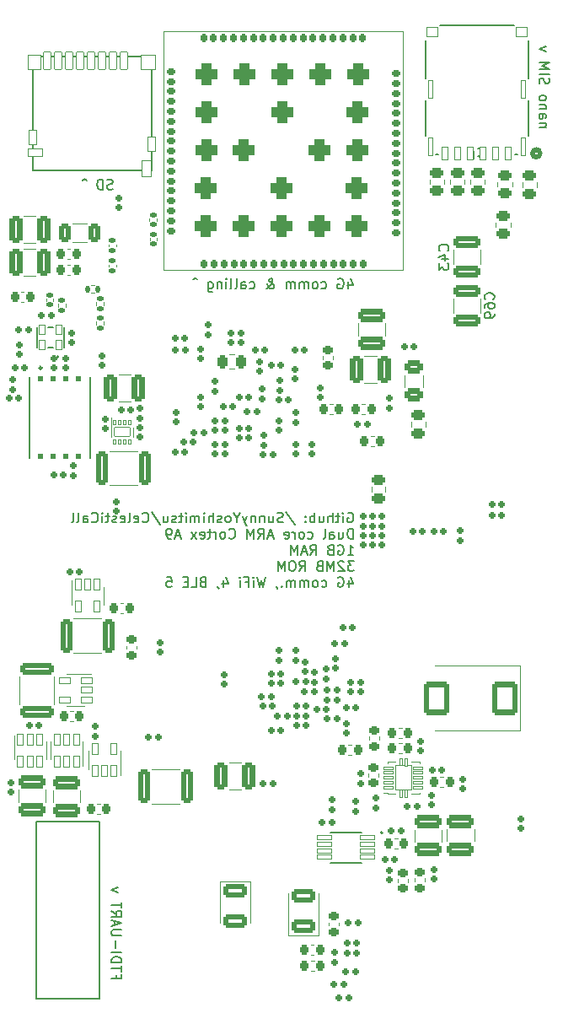
<source format=gbr>
G04 #@! TF.GenerationSoftware,KiCad,Pcbnew,7.0.1*
G04 #@! TF.CreationDate,2024-07-31T19:39:54-07:00*
G04 #@! TF.ProjectId,DFTBoard,44465442-6f61-4726-942e-6b696361645f,rev?*
G04 #@! TF.SameCoordinates,Original*
G04 #@! TF.FileFunction,Legend,Bot*
G04 #@! TF.FilePolarity,Positive*
%FSLAX46Y46*%
G04 Gerber Fmt 4.6, Leading zero omitted, Abs format (unit mm)*
G04 Created by KiCad (PCBNEW 7.0.1) date 2024-07-31 19:39:54*
%MOMM*%
%LPD*%
G01*
G04 APERTURE LIST*
G04 Aperture macros list*
%AMRoundRect*
0 Rectangle with rounded corners*
0 $1 Rounding radius*
0 $2 $3 $4 $5 $6 $7 $8 $9 X,Y pos of 4 corners*
0 Add a 4 corners polygon primitive as box body*
4,1,4,$2,$3,$4,$5,$6,$7,$8,$9,$2,$3,0*
0 Add four circle primitives for the rounded corners*
1,1,$1+$1,$2,$3*
1,1,$1+$1,$4,$5*
1,1,$1+$1,$6,$7*
1,1,$1+$1,$8,$9*
0 Add four rect primitives between the rounded corners*
20,1,$1+$1,$2,$3,$4,$5,0*
20,1,$1+$1,$4,$5,$6,$7,0*
20,1,$1+$1,$6,$7,$8,$9,0*
20,1,$1+$1,$8,$9,$2,$3,0*%
G04 Aperture macros list end*
%ADD10C,0.130000*%
%ADD11C,0.150000*%
%ADD12C,0.127000*%
%ADD13C,0.200000*%
%ADD14C,0.120000*%
%ADD15C,0.250000*%
%ADD16C,0.100000*%
%ADD17C,0.152400*%
%ADD18C,0.508000*%
%ADD19C,0.001000*%
%ADD20C,3.078000*%
%ADD21C,2.030000*%
%ADD22C,1.630000*%
%ADD23RoundRect,0.015000X0.325000X-0.425000X0.325000X0.425000X-0.325000X0.425000X-0.325000X-0.425000X0*%
%ADD24RoundRect,0.162500X0.172500X-0.147500X0.172500X0.147500X-0.172500X0.147500X-0.172500X-0.147500X0*%
%ADD25RoundRect,0.162500X-0.147500X-0.172500X0.147500X-0.172500X0.147500X0.172500X-0.147500X0.172500X0*%
%ADD26RoundRect,0.162500X0.147500X0.172500X-0.147500X0.172500X-0.147500X-0.172500X0.147500X-0.172500X0*%
%ADD27RoundRect,0.162500X-0.172500X0.147500X-0.172500X-0.147500X0.172500X-0.147500X0.172500X0.147500X0*%
%ADD28RoundRect,0.233750X0.256250X-0.218750X0.256250X0.218750X-0.256250X0.218750X-0.256250X-0.218750X0*%
%ADD29RoundRect,0.265000X1.075000X-0.375000X1.075000X0.375000X-1.075000X0.375000X-1.075000X-0.375000X0*%
%ADD30RoundRect,0.265000X0.625000X-0.375000X0.625000X0.375000X-0.625000X0.375000X-0.625000X-0.375000X0*%
%ADD31RoundRect,0.265000X-1.075000X0.375000X-1.075000X-0.375000X1.075000X-0.375000X1.075000X0.375000X0*%
%ADD32RoundRect,0.265000X-0.312500X-1.450000X0.312500X-1.450000X0.312500X1.450000X-0.312500X1.450000X0*%
%ADD33RoundRect,0.015000X0.325000X-0.530000X0.325000X0.530000X-0.325000X0.530000X-0.325000X-0.530000X0*%
%ADD34RoundRect,0.015000X0.710000X0.235000X-0.710000X0.235000X-0.710000X-0.235000X0.710000X-0.235000X0*%
%ADD35RoundRect,0.015000X-0.710000X-0.235000X0.710000X-0.235000X0.710000X0.235000X-0.710000X0.235000X0*%
%ADD36RoundRect,0.265000X-0.375000X-1.075000X0.375000X-1.075000X0.375000X1.075000X-0.375000X1.075000X0*%
%ADD37RoundRect,0.233750X0.218750X0.256250X-0.218750X0.256250X-0.218750X-0.256250X0.218750X-0.256250X0*%
%ADD38RoundRect,0.258750X0.243750X0.456250X-0.243750X0.456250X-0.243750X-0.456250X0.243750X-0.456250X0*%
%ADD39RoundRect,0.015000X-0.425000X-0.140000X0.425000X-0.140000X0.425000X0.140000X-0.425000X0.140000X0*%
%ADD40RoundRect,0.015000X-0.140000X-0.350000X0.140000X-0.350000X0.140000X0.350000X-0.140000X0.350000X0*%
%ADD41RoundRect,0.015000X-0.825000X-1.200000X0.825000X-1.200000X0.825000X1.200000X-0.825000X1.200000X0*%
%ADD42RoundRect,0.233750X-0.218750X-0.256250X0.218750X-0.256250X0.218750X0.256250X-0.218750X0.256250X0*%
%ADD43RoundRect,0.265000X-0.925000X0.412500X-0.925000X-0.412500X0.925000X-0.412500X0.925000X0.412500X0*%
%ADD44RoundRect,0.265000X0.375000X1.075000X-0.375000X1.075000X-0.375000X-1.075000X0.375000X-1.075000X0*%
%ADD45RoundRect,0.015000X-0.325000X0.530000X-0.325000X-0.530000X0.325000X-0.530000X0.325000X0.530000X0*%
%ADD46RoundRect,0.265000X0.312500X1.450000X-0.312500X1.450000X-0.312500X-1.450000X0.312500X-1.450000X0*%
%ADD47RoundRect,0.015000X-0.125000X0.250000X-0.125000X-0.250000X0.125000X-0.250000X0.125000X0.250000X0*%
%ADD48RoundRect,0.015000X-0.800000X0.450000X-0.800000X-0.450000X0.800000X-0.450000X0.800000X0.450000X0*%
%ADD49RoundRect,0.258750X0.456250X-0.243750X0.456250X0.243750X-0.456250X0.243750X-0.456250X-0.243750X0*%
%ADD50RoundRect,0.015000X-0.350000X-0.875000X0.350000X-0.875000X0.350000X0.875000X-0.350000X0.875000X0*%
%ADD51RoundRect,0.015000X-0.650000X-0.750000X0.650000X-0.750000X0.650000X0.750000X-0.650000X0.750000X0*%
%ADD52RoundRect,0.015000X-0.750000X-0.750000X0.750000X-0.750000X0.750000X0.750000X-0.750000X0.750000X0*%
%ADD53RoundRect,0.015000X-0.400000X-0.700000X0.400000X-0.700000X0.400000X0.700000X-0.400000X0.700000X0*%
%ADD54RoundRect,0.015000X-0.500000X-0.775000X0.500000X-0.775000X0.500000X0.775000X-0.500000X0.775000X0*%
%ADD55RoundRect,0.015000X-0.750000X-0.400000X0.750000X-0.400000X0.750000X0.400000X-0.750000X0.400000X0*%
%ADD56RoundRect,0.015000X-0.400000X-0.750000X0.400000X-0.750000X0.400000X0.750000X-0.400000X0.750000X0*%
%ADD57RoundRect,0.265000X0.925000X-0.412500X0.925000X0.412500X-0.925000X0.412500X-0.925000X-0.412500X0*%
%ADD58RoundRect,0.258750X-0.456250X0.243750X-0.456250X-0.243750X0.456250X-0.243750X0.456250X0.243750X0*%
%ADD59C,1.808000*%
%ADD60RoundRect,0.265000X-1.450000X0.312500X-1.450000X-0.312500X1.450000X-0.312500X1.450000X0.312500X0*%
%ADD61RoundRect,0.015000X0.530000X0.325000X-0.530000X0.325000X-0.530000X-0.325000X0.530000X-0.325000X0*%
%ADD62RoundRect,0.240000X0.000000X0.250000X0.000000X-0.250000X0.000000X-0.250000X0.000000X0.250000X0*%
%ADD63RoundRect,0.150000X-0.185000X0.135000X-0.185000X-0.135000X0.185000X-0.135000X0.185000X0.135000X0*%
%ADD64RoundRect,0.265000X1.100000X-0.325000X1.100000X0.325000X-1.100000X0.325000X-1.100000X-0.325000X0*%
%ADD65RoundRect,0.240000X0.225000X0.250000X-0.225000X0.250000X-0.225000X-0.250000X0.225000X-0.250000X0*%
%ADD66RoundRect,0.240000X-0.225000X-0.250000X0.225000X-0.250000X0.225000X0.250000X-0.225000X0.250000X0*%
%ADD67RoundRect,0.150000X0.185000X-0.135000X0.185000X0.135000X-0.185000X0.135000X-0.185000X-0.135000X0*%
%ADD68RoundRect,0.155000X-0.170000X0.140000X-0.170000X-0.140000X0.170000X-0.140000X0.170000X0.140000X0*%
%ADD69RoundRect,0.265000X-1.100000X0.325000X-1.100000X-0.325000X1.100000X-0.325000X1.100000X0.325000X0*%
%ADD70RoundRect,0.265000X0.450000X-0.262500X0.450000X0.262500X-0.450000X0.262500X-0.450000X-0.262500X0*%
%ADD71RoundRect,0.150000X0.135000X0.185000X-0.135000X0.185000X-0.135000X-0.185000X0.135000X-0.185000X0*%
%ADD72RoundRect,0.155000X0.170000X-0.140000X0.170000X0.140000X-0.170000X0.140000X-0.170000X-0.140000X0*%
%ADD73RoundRect,0.265000X-0.325000X-0.650000X0.325000X-0.650000X0.325000X0.650000X-0.325000X0.650000X0*%
%ADD74RoundRect,0.165000X-0.150000X0.250000X-0.150000X-0.250000X0.150000X-0.250000X0.150000X0.250000X0*%
%ADD75RoundRect,0.165000X0.250000X0.150000X-0.250000X0.150000X-0.250000X-0.150000X0.250000X-0.150000X0*%
%ADD76RoundRect,0.165000X0.150000X-0.250000X0.150000X0.250000X-0.150000X0.250000X-0.150000X-0.250000X0*%
%ADD77RoundRect,0.165000X-0.250000X-0.150000X0.250000X-0.150000X0.250000X0.150000X-0.250000X0.150000X0*%
%ADD78RoundRect,0.540000X-0.525000X0.525000X-0.525000X-0.525000X0.525000X-0.525000X0.525000X0.525000X0*%
%ADD79RoundRect,0.265000X1.000000X-1.400000X1.000000X1.400000X-1.000000X1.400000X-1.000000X-1.400000X0*%
%ADD80RoundRect,0.015000X-0.241300X-0.901700X0.241300X-0.901700X0.241300X0.901700X-0.241300X0.901700X0*%
%ADD81RoundRect,0.015000X-0.515000X-0.495300X0.515000X-0.495300X0.515000X0.495300X-0.515000X0.495300X0*%
%ADD82RoundRect,0.015000X-0.330200X-0.647700X0.330200X-0.647700X0.330200X0.647700X-0.330200X0.647700X0*%
%ADD83RoundRect,0.265000X-0.450000X0.262500X-0.450000X-0.262500X0.450000X-0.262500X0.450000X0.262500X0*%
G04 APERTURE END LIST*
D10*
X134788095Y-112375238D02*
X134883333Y-112327619D01*
X134883333Y-112327619D02*
X135026190Y-112327619D01*
X135026190Y-112327619D02*
X135169047Y-112375238D01*
X135169047Y-112375238D02*
X135264285Y-112470476D01*
X135264285Y-112470476D02*
X135311904Y-112565714D01*
X135311904Y-112565714D02*
X135359523Y-112756190D01*
X135359523Y-112756190D02*
X135359523Y-112899047D01*
X135359523Y-112899047D02*
X135311904Y-113089523D01*
X135311904Y-113089523D02*
X135264285Y-113184761D01*
X135264285Y-113184761D02*
X135169047Y-113280000D01*
X135169047Y-113280000D02*
X135026190Y-113327619D01*
X135026190Y-113327619D02*
X134930952Y-113327619D01*
X134930952Y-113327619D02*
X134788095Y-113280000D01*
X134788095Y-113280000D02*
X134740476Y-113232380D01*
X134740476Y-113232380D02*
X134740476Y-112899047D01*
X134740476Y-112899047D02*
X134930952Y-112899047D01*
X134311904Y-113327619D02*
X134311904Y-112660952D01*
X134311904Y-112327619D02*
X134359523Y-112375238D01*
X134359523Y-112375238D02*
X134311904Y-112422857D01*
X134311904Y-112422857D02*
X134264285Y-112375238D01*
X134264285Y-112375238D02*
X134311904Y-112327619D01*
X134311904Y-112327619D02*
X134311904Y-112422857D01*
X133978571Y-112660952D02*
X133597619Y-112660952D01*
X133835714Y-112327619D02*
X133835714Y-113184761D01*
X133835714Y-113184761D02*
X133788095Y-113280000D01*
X133788095Y-113280000D02*
X133692857Y-113327619D01*
X133692857Y-113327619D02*
X133597619Y-113327619D01*
X133264285Y-113327619D02*
X133264285Y-112327619D01*
X132835714Y-113327619D02*
X132835714Y-112803809D01*
X132835714Y-112803809D02*
X132883333Y-112708571D01*
X132883333Y-112708571D02*
X132978571Y-112660952D01*
X132978571Y-112660952D02*
X133121428Y-112660952D01*
X133121428Y-112660952D02*
X133216666Y-112708571D01*
X133216666Y-112708571D02*
X133264285Y-112756190D01*
X131930952Y-112660952D02*
X131930952Y-113327619D01*
X132359523Y-112660952D02*
X132359523Y-113184761D01*
X132359523Y-113184761D02*
X132311904Y-113280000D01*
X132311904Y-113280000D02*
X132216666Y-113327619D01*
X132216666Y-113327619D02*
X132073809Y-113327619D01*
X132073809Y-113327619D02*
X131978571Y-113280000D01*
X131978571Y-113280000D02*
X131930952Y-113232380D01*
X131454761Y-113327619D02*
X131454761Y-112327619D01*
X131454761Y-112708571D02*
X131359523Y-112660952D01*
X131359523Y-112660952D02*
X131169047Y-112660952D01*
X131169047Y-112660952D02*
X131073809Y-112708571D01*
X131073809Y-112708571D02*
X131026190Y-112756190D01*
X131026190Y-112756190D02*
X130978571Y-112851428D01*
X130978571Y-112851428D02*
X130978571Y-113137142D01*
X130978571Y-113137142D02*
X131026190Y-113232380D01*
X131026190Y-113232380D02*
X131073809Y-113280000D01*
X131073809Y-113280000D02*
X131169047Y-113327619D01*
X131169047Y-113327619D02*
X131359523Y-113327619D01*
X131359523Y-113327619D02*
X131454761Y-113280000D01*
X130549999Y-113232380D02*
X130502380Y-113280000D01*
X130502380Y-113280000D02*
X130549999Y-113327619D01*
X130549999Y-113327619D02*
X130597618Y-113280000D01*
X130597618Y-113280000D02*
X130549999Y-113232380D01*
X130549999Y-113232380D02*
X130549999Y-113327619D01*
X130549999Y-112708571D02*
X130502380Y-112756190D01*
X130502380Y-112756190D02*
X130549999Y-112803809D01*
X130549999Y-112803809D02*
X130597618Y-112756190D01*
X130597618Y-112756190D02*
X130549999Y-112708571D01*
X130549999Y-112708571D02*
X130549999Y-112803809D01*
X128597619Y-112280000D02*
X129454761Y-113565714D01*
X128311904Y-113280000D02*
X128169047Y-113327619D01*
X128169047Y-113327619D02*
X127930952Y-113327619D01*
X127930952Y-113327619D02*
X127835714Y-113280000D01*
X127835714Y-113280000D02*
X127788095Y-113232380D01*
X127788095Y-113232380D02*
X127740476Y-113137142D01*
X127740476Y-113137142D02*
X127740476Y-113041904D01*
X127740476Y-113041904D02*
X127788095Y-112946666D01*
X127788095Y-112946666D02*
X127835714Y-112899047D01*
X127835714Y-112899047D02*
X127930952Y-112851428D01*
X127930952Y-112851428D02*
X128121428Y-112803809D01*
X128121428Y-112803809D02*
X128216666Y-112756190D01*
X128216666Y-112756190D02*
X128264285Y-112708571D01*
X128264285Y-112708571D02*
X128311904Y-112613333D01*
X128311904Y-112613333D02*
X128311904Y-112518095D01*
X128311904Y-112518095D02*
X128264285Y-112422857D01*
X128264285Y-112422857D02*
X128216666Y-112375238D01*
X128216666Y-112375238D02*
X128121428Y-112327619D01*
X128121428Y-112327619D02*
X127883333Y-112327619D01*
X127883333Y-112327619D02*
X127740476Y-112375238D01*
X126883333Y-112660952D02*
X126883333Y-113327619D01*
X127311904Y-112660952D02*
X127311904Y-113184761D01*
X127311904Y-113184761D02*
X127264285Y-113280000D01*
X127264285Y-113280000D02*
X127169047Y-113327619D01*
X127169047Y-113327619D02*
X127026190Y-113327619D01*
X127026190Y-113327619D02*
X126930952Y-113280000D01*
X126930952Y-113280000D02*
X126883333Y-113232380D01*
X126407142Y-112660952D02*
X126407142Y-113327619D01*
X126407142Y-112756190D02*
X126359523Y-112708571D01*
X126359523Y-112708571D02*
X126264285Y-112660952D01*
X126264285Y-112660952D02*
X126121428Y-112660952D01*
X126121428Y-112660952D02*
X126026190Y-112708571D01*
X126026190Y-112708571D02*
X125978571Y-112803809D01*
X125978571Y-112803809D02*
X125978571Y-113327619D01*
X125502380Y-112660952D02*
X125502380Y-113327619D01*
X125502380Y-112756190D02*
X125454761Y-112708571D01*
X125454761Y-112708571D02*
X125359523Y-112660952D01*
X125359523Y-112660952D02*
X125216666Y-112660952D01*
X125216666Y-112660952D02*
X125121428Y-112708571D01*
X125121428Y-112708571D02*
X125073809Y-112803809D01*
X125073809Y-112803809D02*
X125073809Y-113327619D01*
X124692856Y-112660952D02*
X124454761Y-113327619D01*
X124216666Y-112660952D02*
X124454761Y-113327619D01*
X124454761Y-113327619D02*
X124549999Y-113565714D01*
X124549999Y-113565714D02*
X124597618Y-113613333D01*
X124597618Y-113613333D02*
X124692856Y-113660952D01*
X123645237Y-112851428D02*
X123645237Y-113327619D01*
X123978570Y-112327619D02*
X123645237Y-112851428D01*
X123645237Y-112851428D02*
X123311904Y-112327619D01*
X122835713Y-113327619D02*
X122930951Y-113280000D01*
X122930951Y-113280000D02*
X122978570Y-113232380D01*
X122978570Y-113232380D02*
X123026189Y-113137142D01*
X123026189Y-113137142D02*
X123026189Y-112851428D01*
X123026189Y-112851428D02*
X122978570Y-112756190D01*
X122978570Y-112756190D02*
X122930951Y-112708571D01*
X122930951Y-112708571D02*
X122835713Y-112660952D01*
X122835713Y-112660952D02*
X122692856Y-112660952D01*
X122692856Y-112660952D02*
X122597618Y-112708571D01*
X122597618Y-112708571D02*
X122549999Y-112756190D01*
X122549999Y-112756190D02*
X122502380Y-112851428D01*
X122502380Y-112851428D02*
X122502380Y-113137142D01*
X122502380Y-113137142D02*
X122549999Y-113232380D01*
X122549999Y-113232380D02*
X122597618Y-113280000D01*
X122597618Y-113280000D02*
X122692856Y-113327619D01*
X122692856Y-113327619D02*
X122835713Y-113327619D01*
X122121427Y-113280000D02*
X122026189Y-113327619D01*
X122026189Y-113327619D02*
X121835713Y-113327619D01*
X121835713Y-113327619D02*
X121740475Y-113280000D01*
X121740475Y-113280000D02*
X121692856Y-113184761D01*
X121692856Y-113184761D02*
X121692856Y-113137142D01*
X121692856Y-113137142D02*
X121740475Y-113041904D01*
X121740475Y-113041904D02*
X121835713Y-112994285D01*
X121835713Y-112994285D02*
X121978570Y-112994285D01*
X121978570Y-112994285D02*
X122073808Y-112946666D01*
X122073808Y-112946666D02*
X122121427Y-112851428D01*
X122121427Y-112851428D02*
X122121427Y-112803809D01*
X122121427Y-112803809D02*
X122073808Y-112708571D01*
X122073808Y-112708571D02*
X121978570Y-112660952D01*
X121978570Y-112660952D02*
X121835713Y-112660952D01*
X121835713Y-112660952D02*
X121740475Y-112708571D01*
X121264284Y-113327619D02*
X121264284Y-112327619D01*
X120835713Y-113327619D02*
X120835713Y-112803809D01*
X120835713Y-112803809D02*
X120883332Y-112708571D01*
X120883332Y-112708571D02*
X120978570Y-112660952D01*
X120978570Y-112660952D02*
X121121427Y-112660952D01*
X121121427Y-112660952D02*
X121216665Y-112708571D01*
X121216665Y-112708571D02*
X121264284Y-112756190D01*
X120359522Y-113327619D02*
X120359522Y-112660952D01*
X120359522Y-112327619D02*
X120407141Y-112375238D01*
X120407141Y-112375238D02*
X120359522Y-112422857D01*
X120359522Y-112422857D02*
X120311903Y-112375238D01*
X120311903Y-112375238D02*
X120359522Y-112327619D01*
X120359522Y-112327619D02*
X120359522Y-112422857D01*
X119883332Y-113327619D02*
X119883332Y-112660952D01*
X119883332Y-112756190D02*
X119835713Y-112708571D01*
X119835713Y-112708571D02*
X119740475Y-112660952D01*
X119740475Y-112660952D02*
X119597618Y-112660952D01*
X119597618Y-112660952D02*
X119502380Y-112708571D01*
X119502380Y-112708571D02*
X119454761Y-112803809D01*
X119454761Y-112803809D02*
X119454761Y-113327619D01*
X119454761Y-112803809D02*
X119407142Y-112708571D01*
X119407142Y-112708571D02*
X119311904Y-112660952D01*
X119311904Y-112660952D02*
X119169047Y-112660952D01*
X119169047Y-112660952D02*
X119073808Y-112708571D01*
X119073808Y-112708571D02*
X119026189Y-112803809D01*
X119026189Y-112803809D02*
X119026189Y-113327619D01*
X118549999Y-113327619D02*
X118549999Y-112660952D01*
X118549999Y-112327619D02*
X118597618Y-112375238D01*
X118597618Y-112375238D02*
X118549999Y-112422857D01*
X118549999Y-112422857D02*
X118502380Y-112375238D01*
X118502380Y-112375238D02*
X118549999Y-112327619D01*
X118549999Y-112327619D02*
X118549999Y-112422857D01*
X118216666Y-112660952D02*
X117835714Y-112660952D01*
X118073809Y-112327619D02*
X118073809Y-113184761D01*
X118073809Y-113184761D02*
X118026190Y-113280000D01*
X118026190Y-113280000D02*
X117930952Y-113327619D01*
X117930952Y-113327619D02*
X117835714Y-113327619D01*
X117549999Y-113280000D02*
X117454761Y-113327619D01*
X117454761Y-113327619D02*
X117264285Y-113327619D01*
X117264285Y-113327619D02*
X117169047Y-113280000D01*
X117169047Y-113280000D02*
X117121428Y-113184761D01*
X117121428Y-113184761D02*
X117121428Y-113137142D01*
X117121428Y-113137142D02*
X117169047Y-113041904D01*
X117169047Y-113041904D02*
X117264285Y-112994285D01*
X117264285Y-112994285D02*
X117407142Y-112994285D01*
X117407142Y-112994285D02*
X117502380Y-112946666D01*
X117502380Y-112946666D02*
X117549999Y-112851428D01*
X117549999Y-112851428D02*
X117549999Y-112803809D01*
X117549999Y-112803809D02*
X117502380Y-112708571D01*
X117502380Y-112708571D02*
X117407142Y-112660952D01*
X117407142Y-112660952D02*
X117264285Y-112660952D01*
X117264285Y-112660952D02*
X117169047Y-112708571D01*
X116264285Y-112660952D02*
X116264285Y-113327619D01*
X116692856Y-112660952D02*
X116692856Y-113184761D01*
X116692856Y-113184761D02*
X116645237Y-113280000D01*
X116645237Y-113280000D02*
X116549999Y-113327619D01*
X116549999Y-113327619D02*
X116407142Y-113327619D01*
X116407142Y-113327619D02*
X116311904Y-113280000D01*
X116311904Y-113280000D02*
X116264285Y-113232380D01*
X115073809Y-112280000D02*
X115930951Y-113565714D01*
X114169047Y-113232380D02*
X114216666Y-113280000D01*
X114216666Y-113280000D02*
X114359523Y-113327619D01*
X114359523Y-113327619D02*
X114454761Y-113327619D01*
X114454761Y-113327619D02*
X114597618Y-113280000D01*
X114597618Y-113280000D02*
X114692856Y-113184761D01*
X114692856Y-113184761D02*
X114740475Y-113089523D01*
X114740475Y-113089523D02*
X114788094Y-112899047D01*
X114788094Y-112899047D02*
X114788094Y-112756190D01*
X114788094Y-112756190D02*
X114740475Y-112565714D01*
X114740475Y-112565714D02*
X114692856Y-112470476D01*
X114692856Y-112470476D02*
X114597618Y-112375238D01*
X114597618Y-112375238D02*
X114454761Y-112327619D01*
X114454761Y-112327619D02*
X114359523Y-112327619D01*
X114359523Y-112327619D02*
X114216666Y-112375238D01*
X114216666Y-112375238D02*
X114169047Y-112422857D01*
X113359523Y-113280000D02*
X113454761Y-113327619D01*
X113454761Y-113327619D02*
X113645237Y-113327619D01*
X113645237Y-113327619D02*
X113740475Y-113280000D01*
X113740475Y-113280000D02*
X113788094Y-113184761D01*
X113788094Y-113184761D02*
X113788094Y-112803809D01*
X113788094Y-112803809D02*
X113740475Y-112708571D01*
X113740475Y-112708571D02*
X113645237Y-112660952D01*
X113645237Y-112660952D02*
X113454761Y-112660952D01*
X113454761Y-112660952D02*
X113359523Y-112708571D01*
X113359523Y-112708571D02*
X113311904Y-112803809D01*
X113311904Y-112803809D02*
X113311904Y-112899047D01*
X113311904Y-112899047D02*
X113788094Y-112994285D01*
X112740475Y-113327619D02*
X112835713Y-113280000D01*
X112835713Y-113280000D02*
X112883332Y-113184761D01*
X112883332Y-113184761D02*
X112883332Y-112327619D01*
X111978570Y-113280000D02*
X112073808Y-113327619D01*
X112073808Y-113327619D02*
X112264284Y-113327619D01*
X112264284Y-113327619D02*
X112359522Y-113280000D01*
X112359522Y-113280000D02*
X112407141Y-113184761D01*
X112407141Y-113184761D02*
X112407141Y-112803809D01*
X112407141Y-112803809D02*
X112359522Y-112708571D01*
X112359522Y-112708571D02*
X112264284Y-112660952D01*
X112264284Y-112660952D02*
X112073808Y-112660952D01*
X112073808Y-112660952D02*
X111978570Y-112708571D01*
X111978570Y-112708571D02*
X111930951Y-112803809D01*
X111930951Y-112803809D02*
X111930951Y-112899047D01*
X111930951Y-112899047D02*
X112407141Y-112994285D01*
X111549998Y-113280000D02*
X111454760Y-113327619D01*
X111454760Y-113327619D02*
X111264284Y-113327619D01*
X111264284Y-113327619D02*
X111169046Y-113280000D01*
X111169046Y-113280000D02*
X111121427Y-113184761D01*
X111121427Y-113184761D02*
X111121427Y-113137142D01*
X111121427Y-113137142D02*
X111169046Y-113041904D01*
X111169046Y-113041904D02*
X111264284Y-112994285D01*
X111264284Y-112994285D02*
X111407141Y-112994285D01*
X111407141Y-112994285D02*
X111502379Y-112946666D01*
X111502379Y-112946666D02*
X111549998Y-112851428D01*
X111549998Y-112851428D02*
X111549998Y-112803809D01*
X111549998Y-112803809D02*
X111502379Y-112708571D01*
X111502379Y-112708571D02*
X111407141Y-112660952D01*
X111407141Y-112660952D02*
X111264284Y-112660952D01*
X111264284Y-112660952D02*
X111169046Y-112708571D01*
X110835712Y-112660952D02*
X110454760Y-112660952D01*
X110692855Y-112327619D02*
X110692855Y-113184761D01*
X110692855Y-113184761D02*
X110645236Y-113280000D01*
X110645236Y-113280000D02*
X110549998Y-113327619D01*
X110549998Y-113327619D02*
X110454760Y-113327619D01*
X110121426Y-113327619D02*
X110121426Y-112660952D01*
X110121426Y-112327619D02*
X110169045Y-112375238D01*
X110169045Y-112375238D02*
X110121426Y-112422857D01*
X110121426Y-112422857D02*
X110073807Y-112375238D01*
X110073807Y-112375238D02*
X110121426Y-112327619D01*
X110121426Y-112327619D02*
X110121426Y-112422857D01*
X109073808Y-113232380D02*
X109121427Y-113280000D01*
X109121427Y-113280000D02*
X109264284Y-113327619D01*
X109264284Y-113327619D02*
X109359522Y-113327619D01*
X109359522Y-113327619D02*
X109502379Y-113280000D01*
X109502379Y-113280000D02*
X109597617Y-113184761D01*
X109597617Y-113184761D02*
X109645236Y-113089523D01*
X109645236Y-113089523D02*
X109692855Y-112899047D01*
X109692855Y-112899047D02*
X109692855Y-112756190D01*
X109692855Y-112756190D02*
X109645236Y-112565714D01*
X109645236Y-112565714D02*
X109597617Y-112470476D01*
X109597617Y-112470476D02*
X109502379Y-112375238D01*
X109502379Y-112375238D02*
X109359522Y-112327619D01*
X109359522Y-112327619D02*
X109264284Y-112327619D01*
X109264284Y-112327619D02*
X109121427Y-112375238D01*
X109121427Y-112375238D02*
X109073808Y-112422857D01*
X108216665Y-113327619D02*
X108216665Y-112803809D01*
X108216665Y-112803809D02*
X108264284Y-112708571D01*
X108264284Y-112708571D02*
X108359522Y-112660952D01*
X108359522Y-112660952D02*
X108549998Y-112660952D01*
X108549998Y-112660952D02*
X108645236Y-112708571D01*
X108216665Y-113280000D02*
X108311903Y-113327619D01*
X108311903Y-113327619D02*
X108549998Y-113327619D01*
X108549998Y-113327619D02*
X108645236Y-113280000D01*
X108645236Y-113280000D02*
X108692855Y-113184761D01*
X108692855Y-113184761D02*
X108692855Y-113089523D01*
X108692855Y-113089523D02*
X108645236Y-112994285D01*
X108645236Y-112994285D02*
X108549998Y-112946666D01*
X108549998Y-112946666D02*
X108311903Y-112946666D01*
X108311903Y-112946666D02*
X108216665Y-112899047D01*
X107597617Y-113327619D02*
X107692855Y-113280000D01*
X107692855Y-113280000D02*
X107740474Y-113184761D01*
X107740474Y-113184761D02*
X107740474Y-112327619D01*
X107073807Y-113327619D02*
X107169045Y-113280000D01*
X107169045Y-113280000D02*
X107216664Y-113184761D01*
X107216664Y-113184761D02*
X107216664Y-112327619D01*
X135311904Y-114947619D02*
X135311904Y-113947619D01*
X135311904Y-113947619D02*
X135073809Y-113947619D01*
X135073809Y-113947619D02*
X134930952Y-113995238D01*
X134930952Y-113995238D02*
X134835714Y-114090476D01*
X134835714Y-114090476D02*
X134788095Y-114185714D01*
X134788095Y-114185714D02*
X134740476Y-114376190D01*
X134740476Y-114376190D02*
X134740476Y-114519047D01*
X134740476Y-114519047D02*
X134788095Y-114709523D01*
X134788095Y-114709523D02*
X134835714Y-114804761D01*
X134835714Y-114804761D02*
X134930952Y-114900000D01*
X134930952Y-114900000D02*
X135073809Y-114947619D01*
X135073809Y-114947619D02*
X135311904Y-114947619D01*
X133883333Y-114280952D02*
X133883333Y-114947619D01*
X134311904Y-114280952D02*
X134311904Y-114804761D01*
X134311904Y-114804761D02*
X134264285Y-114900000D01*
X134264285Y-114900000D02*
X134169047Y-114947619D01*
X134169047Y-114947619D02*
X134026190Y-114947619D01*
X134026190Y-114947619D02*
X133930952Y-114900000D01*
X133930952Y-114900000D02*
X133883333Y-114852380D01*
X132978571Y-114947619D02*
X132978571Y-114423809D01*
X132978571Y-114423809D02*
X133026190Y-114328571D01*
X133026190Y-114328571D02*
X133121428Y-114280952D01*
X133121428Y-114280952D02*
X133311904Y-114280952D01*
X133311904Y-114280952D02*
X133407142Y-114328571D01*
X132978571Y-114900000D02*
X133073809Y-114947619D01*
X133073809Y-114947619D02*
X133311904Y-114947619D01*
X133311904Y-114947619D02*
X133407142Y-114900000D01*
X133407142Y-114900000D02*
X133454761Y-114804761D01*
X133454761Y-114804761D02*
X133454761Y-114709523D01*
X133454761Y-114709523D02*
X133407142Y-114614285D01*
X133407142Y-114614285D02*
X133311904Y-114566666D01*
X133311904Y-114566666D02*
X133073809Y-114566666D01*
X133073809Y-114566666D02*
X132978571Y-114519047D01*
X132359523Y-114947619D02*
X132454761Y-114900000D01*
X132454761Y-114900000D02*
X132502380Y-114804761D01*
X132502380Y-114804761D02*
X132502380Y-113947619D01*
X130788094Y-114900000D02*
X130883332Y-114947619D01*
X130883332Y-114947619D02*
X131073808Y-114947619D01*
X131073808Y-114947619D02*
X131169046Y-114900000D01*
X131169046Y-114900000D02*
X131216665Y-114852380D01*
X131216665Y-114852380D02*
X131264284Y-114757142D01*
X131264284Y-114757142D02*
X131264284Y-114471428D01*
X131264284Y-114471428D02*
X131216665Y-114376190D01*
X131216665Y-114376190D02*
X131169046Y-114328571D01*
X131169046Y-114328571D02*
X131073808Y-114280952D01*
X131073808Y-114280952D02*
X130883332Y-114280952D01*
X130883332Y-114280952D02*
X130788094Y-114328571D01*
X130216665Y-114947619D02*
X130311903Y-114900000D01*
X130311903Y-114900000D02*
X130359522Y-114852380D01*
X130359522Y-114852380D02*
X130407141Y-114757142D01*
X130407141Y-114757142D02*
X130407141Y-114471428D01*
X130407141Y-114471428D02*
X130359522Y-114376190D01*
X130359522Y-114376190D02*
X130311903Y-114328571D01*
X130311903Y-114328571D02*
X130216665Y-114280952D01*
X130216665Y-114280952D02*
X130073808Y-114280952D01*
X130073808Y-114280952D02*
X129978570Y-114328571D01*
X129978570Y-114328571D02*
X129930951Y-114376190D01*
X129930951Y-114376190D02*
X129883332Y-114471428D01*
X129883332Y-114471428D02*
X129883332Y-114757142D01*
X129883332Y-114757142D02*
X129930951Y-114852380D01*
X129930951Y-114852380D02*
X129978570Y-114900000D01*
X129978570Y-114900000D02*
X130073808Y-114947619D01*
X130073808Y-114947619D02*
X130216665Y-114947619D01*
X129454760Y-114947619D02*
X129454760Y-114280952D01*
X129454760Y-114471428D02*
X129407141Y-114376190D01*
X129407141Y-114376190D02*
X129359522Y-114328571D01*
X129359522Y-114328571D02*
X129264284Y-114280952D01*
X129264284Y-114280952D02*
X129169046Y-114280952D01*
X128454760Y-114900000D02*
X128549998Y-114947619D01*
X128549998Y-114947619D02*
X128740474Y-114947619D01*
X128740474Y-114947619D02*
X128835712Y-114900000D01*
X128835712Y-114900000D02*
X128883331Y-114804761D01*
X128883331Y-114804761D02*
X128883331Y-114423809D01*
X128883331Y-114423809D02*
X128835712Y-114328571D01*
X128835712Y-114328571D02*
X128740474Y-114280952D01*
X128740474Y-114280952D02*
X128549998Y-114280952D01*
X128549998Y-114280952D02*
X128454760Y-114328571D01*
X128454760Y-114328571D02*
X128407141Y-114423809D01*
X128407141Y-114423809D02*
X128407141Y-114519047D01*
X128407141Y-114519047D02*
X128883331Y-114614285D01*
X127264283Y-114661904D02*
X126788093Y-114661904D01*
X127359521Y-114947619D02*
X127026188Y-113947619D01*
X127026188Y-113947619D02*
X126692855Y-114947619D01*
X125788093Y-114947619D02*
X126121426Y-114471428D01*
X126359521Y-114947619D02*
X126359521Y-113947619D01*
X126359521Y-113947619D02*
X125978569Y-113947619D01*
X125978569Y-113947619D02*
X125883331Y-113995238D01*
X125883331Y-113995238D02*
X125835712Y-114042857D01*
X125835712Y-114042857D02*
X125788093Y-114138095D01*
X125788093Y-114138095D02*
X125788093Y-114280952D01*
X125788093Y-114280952D02*
X125835712Y-114376190D01*
X125835712Y-114376190D02*
X125883331Y-114423809D01*
X125883331Y-114423809D02*
X125978569Y-114471428D01*
X125978569Y-114471428D02*
X126359521Y-114471428D01*
X125359521Y-114947619D02*
X125359521Y-113947619D01*
X125359521Y-113947619D02*
X125026188Y-114661904D01*
X125026188Y-114661904D02*
X124692855Y-113947619D01*
X124692855Y-113947619D02*
X124692855Y-114947619D01*
X122883331Y-114852380D02*
X122930950Y-114900000D01*
X122930950Y-114900000D02*
X123073807Y-114947619D01*
X123073807Y-114947619D02*
X123169045Y-114947619D01*
X123169045Y-114947619D02*
X123311902Y-114900000D01*
X123311902Y-114900000D02*
X123407140Y-114804761D01*
X123407140Y-114804761D02*
X123454759Y-114709523D01*
X123454759Y-114709523D02*
X123502378Y-114519047D01*
X123502378Y-114519047D02*
X123502378Y-114376190D01*
X123502378Y-114376190D02*
X123454759Y-114185714D01*
X123454759Y-114185714D02*
X123407140Y-114090476D01*
X123407140Y-114090476D02*
X123311902Y-113995238D01*
X123311902Y-113995238D02*
X123169045Y-113947619D01*
X123169045Y-113947619D02*
X123073807Y-113947619D01*
X123073807Y-113947619D02*
X122930950Y-113995238D01*
X122930950Y-113995238D02*
X122883331Y-114042857D01*
X122311902Y-114947619D02*
X122407140Y-114900000D01*
X122407140Y-114900000D02*
X122454759Y-114852380D01*
X122454759Y-114852380D02*
X122502378Y-114757142D01*
X122502378Y-114757142D02*
X122502378Y-114471428D01*
X122502378Y-114471428D02*
X122454759Y-114376190D01*
X122454759Y-114376190D02*
X122407140Y-114328571D01*
X122407140Y-114328571D02*
X122311902Y-114280952D01*
X122311902Y-114280952D02*
X122169045Y-114280952D01*
X122169045Y-114280952D02*
X122073807Y-114328571D01*
X122073807Y-114328571D02*
X122026188Y-114376190D01*
X122026188Y-114376190D02*
X121978569Y-114471428D01*
X121978569Y-114471428D02*
X121978569Y-114757142D01*
X121978569Y-114757142D02*
X122026188Y-114852380D01*
X122026188Y-114852380D02*
X122073807Y-114900000D01*
X122073807Y-114900000D02*
X122169045Y-114947619D01*
X122169045Y-114947619D02*
X122311902Y-114947619D01*
X121549997Y-114947619D02*
X121549997Y-114280952D01*
X121549997Y-114471428D02*
X121502378Y-114376190D01*
X121502378Y-114376190D02*
X121454759Y-114328571D01*
X121454759Y-114328571D02*
X121359521Y-114280952D01*
X121359521Y-114280952D02*
X121264283Y-114280952D01*
X121073806Y-114280952D02*
X120692854Y-114280952D01*
X120930949Y-113947619D02*
X120930949Y-114804761D01*
X120930949Y-114804761D02*
X120883330Y-114900000D01*
X120883330Y-114900000D02*
X120788092Y-114947619D01*
X120788092Y-114947619D02*
X120692854Y-114947619D01*
X119978568Y-114900000D02*
X120073806Y-114947619D01*
X120073806Y-114947619D02*
X120264282Y-114947619D01*
X120264282Y-114947619D02*
X120359520Y-114900000D01*
X120359520Y-114900000D02*
X120407139Y-114804761D01*
X120407139Y-114804761D02*
X120407139Y-114423809D01*
X120407139Y-114423809D02*
X120359520Y-114328571D01*
X120359520Y-114328571D02*
X120264282Y-114280952D01*
X120264282Y-114280952D02*
X120073806Y-114280952D01*
X120073806Y-114280952D02*
X119978568Y-114328571D01*
X119978568Y-114328571D02*
X119930949Y-114423809D01*
X119930949Y-114423809D02*
X119930949Y-114519047D01*
X119930949Y-114519047D02*
X120407139Y-114614285D01*
X119597615Y-114947619D02*
X119073806Y-114280952D01*
X119597615Y-114280952D02*
X119073806Y-114947619D01*
X117978567Y-114661904D02*
X117502377Y-114661904D01*
X118073805Y-114947619D02*
X117740472Y-113947619D01*
X117740472Y-113947619D02*
X117407139Y-114947619D01*
X117026186Y-114947619D02*
X116835710Y-114947619D01*
X116835710Y-114947619D02*
X116740472Y-114900000D01*
X116740472Y-114900000D02*
X116692853Y-114852380D01*
X116692853Y-114852380D02*
X116597615Y-114709523D01*
X116597615Y-114709523D02*
X116549996Y-114519047D01*
X116549996Y-114519047D02*
X116549996Y-114138095D01*
X116549996Y-114138095D02*
X116597615Y-114042857D01*
X116597615Y-114042857D02*
X116645234Y-113995238D01*
X116645234Y-113995238D02*
X116740472Y-113947619D01*
X116740472Y-113947619D02*
X116930948Y-113947619D01*
X116930948Y-113947619D02*
X117026186Y-113995238D01*
X117026186Y-113995238D02*
X117073805Y-114042857D01*
X117073805Y-114042857D02*
X117121424Y-114138095D01*
X117121424Y-114138095D02*
X117121424Y-114376190D01*
X117121424Y-114376190D02*
X117073805Y-114471428D01*
X117073805Y-114471428D02*
X117026186Y-114519047D01*
X117026186Y-114519047D02*
X116930948Y-114566666D01*
X116930948Y-114566666D02*
X116740472Y-114566666D01*
X116740472Y-114566666D02*
X116645234Y-114519047D01*
X116645234Y-114519047D02*
X116597615Y-114471428D01*
X116597615Y-114471428D02*
X116549996Y-114376190D01*
X134788095Y-116567619D02*
X135359523Y-116567619D01*
X135073809Y-116567619D02*
X135073809Y-115567619D01*
X135073809Y-115567619D02*
X135169047Y-115710476D01*
X135169047Y-115710476D02*
X135264285Y-115805714D01*
X135264285Y-115805714D02*
X135359523Y-115853333D01*
X133835714Y-115615238D02*
X133930952Y-115567619D01*
X133930952Y-115567619D02*
X134073809Y-115567619D01*
X134073809Y-115567619D02*
X134216666Y-115615238D01*
X134216666Y-115615238D02*
X134311904Y-115710476D01*
X134311904Y-115710476D02*
X134359523Y-115805714D01*
X134359523Y-115805714D02*
X134407142Y-115996190D01*
X134407142Y-115996190D02*
X134407142Y-116139047D01*
X134407142Y-116139047D02*
X134359523Y-116329523D01*
X134359523Y-116329523D02*
X134311904Y-116424761D01*
X134311904Y-116424761D02*
X134216666Y-116520000D01*
X134216666Y-116520000D02*
X134073809Y-116567619D01*
X134073809Y-116567619D02*
X133978571Y-116567619D01*
X133978571Y-116567619D02*
X133835714Y-116520000D01*
X133835714Y-116520000D02*
X133788095Y-116472380D01*
X133788095Y-116472380D02*
X133788095Y-116139047D01*
X133788095Y-116139047D02*
X133978571Y-116139047D01*
X133026190Y-116043809D02*
X132883333Y-116091428D01*
X132883333Y-116091428D02*
X132835714Y-116139047D01*
X132835714Y-116139047D02*
X132788095Y-116234285D01*
X132788095Y-116234285D02*
X132788095Y-116377142D01*
X132788095Y-116377142D02*
X132835714Y-116472380D01*
X132835714Y-116472380D02*
X132883333Y-116520000D01*
X132883333Y-116520000D02*
X132978571Y-116567619D01*
X132978571Y-116567619D02*
X133359523Y-116567619D01*
X133359523Y-116567619D02*
X133359523Y-115567619D01*
X133359523Y-115567619D02*
X133026190Y-115567619D01*
X133026190Y-115567619D02*
X132930952Y-115615238D01*
X132930952Y-115615238D02*
X132883333Y-115662857D01*
X132883333Y-115662857D02*
X132835714Y-115758095D01*
X132835714Y-115758095D02*
X132835714Y-115853333D01*
X132835714Y-115853333D02*
X132883333Y-115948571D01*
X132883333Y-115948571D02*
X132930952Y-115996190D01*
X132930952Y-115996190D02*
X133026190Y-116043809D01*
X133026190Y-116043809D02*
X133359523Y-116043809D01*
X131026190Y-116567619D02*
X131359523Y-116091428D01*
X131597618Y-116567619D02*
X131597618Y-115567619D01*
X131597618Y-115567619D02*
X131216666Y-115567619D01*
X131216666Y-115567619D02*
X131121428Y-115615238D01*
X131121428Y-115615238D02*
X131073809Y-115662857D01*
X131073809Y-115662857D02*
X131026190Y-115758095D01*
X131026190Y-115758095D02*
X131026190Y-115900952D01*
X131026190Y-115900952D02*
X131073809Y-115996190D01*
X131073809Y-115996190D02*
X131121428Y-116043809D01*
X131121428Y-116043809D02*
X131216666Y-116091428D01*
X131216666Y-116091428D02*
X131597618Y-116091428D01*
X130645237Y-116281904D02*
X130169047Y-116281904D01*
X130740475Y-116567619D02*
X130407142Y-115567619D01*
X130407142Y-115567619D02*
X130073809Y-116567619D01*
X129740475Y-116567619D02*
X129740475Y-115567619D01*
X129740475Y-115567619D02*
X129407142Y-116281904D01*
X129407142Y-116281904D02*
X129073809Y-115567619D01*
X129073809Y-115567619D02*
X129073809Y-116567619D01*
X135407142Y-117187619D02*
X134788095Y-117187619D01*
X134788095Y-117187619D02*
X135121428Y-117568571D01*
X135121428Y-117568571D02*
X134978571Y-117568571D01*
X134978571Y-117568571D02*
X134883333Y-117616190D01*
X134883333Y-117616190D02*
X134835714Y-117663809D01*
X134835714Y-117663809D02*
X134788095Y-117759047D01*
X134788095Y-117759047D02*
X134788095Y-117997142D01*
X134788095Y-117997142D02*
X134835714Y-118092380D01*
X134835714Y-118092380D02*
X134883333Y-118140000D01*
X134883333Y-118140000D02*
X134978571Y-118187619D01*
X134978571Y-118187619D02*
X135264285Y-118187619D01*
X135264285Y-118187619D02*
X135359523Y-118140000D01*
X135359523Y-118140000D02*
X135407142Y-118092380D01*
X134407142Y-117282857D02*
X134359523Y-117235238D01*
X134359523Y-117235238D02*
X134264285Y-117187619D01*
X134264285Y-117187619D02*
X134026190Y-117187619D01*
X134026190Y-117187619D02*
X133930952Y-117235238D01*
X133930952Y-117235238D02*
X133883333Y-117282857D01*
X133883333Y-117282857D02*
X133835714Y-117378095D01*
X133835714Y-117378095D02*
X133835714Y-117473333D01*
X133835714Y-117473333D02*
X133883333Y-117616190D01*
X133883333Y-117616190D02*
X134454761Y-118187619D01*
X134454761Y-118187619D02*
X133835714Y-118187619D01*
X133407142Y-118187619D02*
X133407142Y-117187619D01*
X133407142Y-117187619D02*
X133073809Y-117901904D01*
X133073809Y-117901904D02*
X132740476Y-117187619D01*
X132740476Y-117187619D02*
X132740476Y-118187619D01*
X131930952Y-117663809D02*
X131788095Y-117711428D01*
X131788095Y-117711428D02*
X131740476Y-117759047D01*
X131740476Y-117759047D02*
X131692857Y-117854285D01*
X131692857Y-117854285D02*
X131692857Y-117997142D01*
X131692857Y-117997142D02*
X131740476Y-118092380D01*
X131740476Y-118092380D02*
X131788095Y-118140000D01*
X131788095Y-118140000D02*
X131883333Y-118187619D01*
X131883333Y-118187619D02*
X132264285Y-118187619D01*
X132264285Y-118187619D02*
X132264285Y-117187619D01*
X132264285Y-117187619D02*
X131930952Y-117187619D01*
X131930952Y-117187619D02*
X131835714Y-117235238D01*
X131835714Y-117235238D02*
X131788095Y-117282857D01*
X131788095Y-117282857D02*
X131740476Y-117378095D01*
X131740476Y-117378095D02*
X131740476Y-117473333D01*
X131740476Y-117473333D02*
X131788095Y-117568571D01*
X131788095Y-117568571D02*
X131835714Y-117616190D01*
X131835714Y-117616190D02*
X131930952Y-117663809D01*
X131930952Y-117663809D02*
X132264285Y-117663809D01*
X129930952Y-118187619D02*
X130264285Y-117711428D01*
X130502380Y-118187619D02*
X130502380Y-117187619D01*
X130502380Y-117187619D02*
X130121428Y-117187619D01*
X130121428Y-117187619D02*
X130026190Y-117235238D01*
X130026190Y-117235238D02*
X129978571Y-117282857D01*
X129978571Y-117282857D02*
X129930952Y-117378095D01*
X129930952Y-117378095D02*
X129930952Y-117520952D01*
X129930952Y-117520952D02*
X129978571Y-117616190D01*
X129978571Y-117616190D02*
X130026190Y-117663809D01*
X130026190Y-117663809D02*
X130121428Y-117711428D01*
X130121428Y-117711428D02*
X130502380Y-117711428D01*
X129311904Y-117187619D02*
X129121428Y-117187619D01*
X129121428Y-117187619D02*
X129026190Y-117235238D01*
X129026190Y-117235238D02*
X128930952Y-117330476D01*
X128930952Y-117330476D02*
X128883333Y-117520952D01*
X128883333Y-117520952D02*
X128883333Y-117854285D01*
X128883333Y-117854285D02*
X128930952Y-118044761D01*
X128930952Y-118044761D02*
X129026190Y-118140000D01*
X129026190Y-118140000D02*
X129121428Y-118187619D01*
X129121428Y-118187619D02*
X129311904Y-118187619D01*
X129311904Y-118187619D02*
X129407142Y-118140000D01*
X129407142Y-118140000D02*
X129502380Y-118044761D01*
X129502380Y-118044761D02*
X129549999Y-117854285D01*
X129549999Y-117854285D02*
X129549999Y-117520952D01*
X129549999Y-117520952D02*
X129502380Y-117330476D01*
X129502380Y-117330476D02*
X129407142Y-117235238D01*
X129407142Y-117235238D02*
X129311904Y-117187619D01*
X128454761Y-118187619D02*
X128454761Y-117187619D01*
X128454761Y-117187619D02*
X128121428Y-117901904D01*
X128121428Y-117901904D02*
X127788095Y-117187619D01*
X127788095Y-117187619D02*
X127788095Y-118187619D01*
X134883333Y-119140952D02*
X134883333Y-119807619D01*
X135121428Y-118760000D02*
X135359523Y-119474285D01*
X135359523Y-119474285D02*
X134740476Y-119474285D01*
X133835714Y-118855238D02*
X133930952Y-118807619D01*
X133930952Y-118807619D02*
X134073809Y-118807619D01*
X134073809Y-118807619D02*
X134216666Y-118855238D01*
X134216666Y-118855238D02*
X134311904Y-118950476D01*
X134311904Y-118950476D02*
X134359523Y-119045714D01*
X134359523Y-119045714D02*
X134407142Y-119236190D01*
X134407142Y-119236190D02*
X134407142Y-119379047D01*
X134407142Y-119379047D02*
X134359523Y-119569523D01*
X134359523Y-119569523D02*
X134311904Y-119664761D01*
X134311904Y-119664761D02*
X134216666Y-119760000D01*
X134216666Y-119760000D02*
X134073809Y-119807619D01*
X134073809Y-119807619D02*
X133978571Y-119807619D01*
X133978571Y-119807619D02*
X133835714Y-119760000D01*
X133835714Y-119760000D02*
X133788095Y-119712380D01*
X133788095Y-119712380D02*
X133788095Y-119379047D01*
X133788095Y-119379047D02*
X133978571Y-119379047D01*
X132169047Y-119760000D02*
X132264285Y-119807619D01*
X132264285Y-119807619D02*
X132454761Y-119807619D01*
X132454761Y-119807619D02*
X132549999Y-119760000D01*
X132549999Y-119760000D02*
X132597618Y-119712380D01*
X132597618Y-119712380D02*
X132645237Y-119617142D01*
X132645237Y-119617142D02*
X132645237Y-119331428D01*
X132645237Y-119331428D02*
X132597618Y-119236190D01*
X132597618Y-119236190D02*
X132549999Y-119188571D01*
X132549999Y-119188571D02*
X132454761Y-119140952D01*
X132454761Y-119140952D02*
X132264285Y-119140952D01*
X132264285Y-119140952D02*
X132169047Y-119188571D01*
X131597618Y-119807619D02*
X131692856Y-119760000D01*
X131692856Y-119760000D02*
X131740475Y-119712380D01*
X131740475Y-119712380D02*
X131788094Y-119617142D01*
X131788094Y-119617142D02*
X131788094Y-119331428D01*
X131788094Y-119331428D02*
X131740475Y-119236190D01*
X131740475Y-119236190D02*
X131692856Y-119188571D01*
X131692856Y-119188571D02*
X131597618Y-119140952D01*
X131597618Y-119140952D02*
X131454761Y-119140952D01*
X131454761Y-119140952D02*
X131359523Y-119188571D01*
X131359523Y-119188571D02*
X131311904Y-119236190D01*
X131311904Y-119236190D02*
X131264285Y-119331428D01*
X131264285Y-119331428D02*
X131264285Y-119617142D01*
X131264285Y-119617142D02*
X131311904Y-119712380D01*
X131311904Y-119712380D02*
X131359523Y-119760000D01*
X131359523Y-119760000D02*
X131454761Y-119807619D01*
X131454761Y-119807619D02*
X131597618Y-119807619D01*
X130835713Y-119807619D02*
X130835713Y-119140952D01*
X130835713Y-119236190D02*
X130788094Y-119188571D01*
X130788094Y-119188571D02*
X130692856Y-119140952D01*
X130692856Y-119140952D02*
X130549999Y-119140952D01*
X130549999Y-119140952D02*
X130454761Y-119188571D01*
X130454761Y-119188571D02*
X130407142Y-119283809D01*
X130407142Y-119283809D02*
X130407142Y-119807619D01*
X130407142Y-119283809D02*
X130359523Y-119188571D01*
X130359523Y-119188571D02*
X130264285Y-119140952D01*
X130264285Y-119140952D02*
X130121428Y-119140952D01*
X130121428Y-119140952D02*
X130026189Y-119188571D01*
X130026189Y-119188571D02*
X129978570Y-119283809D01*
X129978570Y-119283809D02*
X129978570Y-119807619D01*
X129502380Y-119807619D02*
X129502380Y-119140952D01*
X129502380Y-119236190D02*
X129454761Y-119188571D01*
X129454761Y-119188571D02*
X129359523Y-119140952D01*
X129359523Y-119140952D02*
X129216666Y-119140952D01*
X129216666Y-119140952D02*
X129121428Y-119188571D01*
X129121428Y-119188571D02*
X129073809Y-119283809D01*
X129073809Y-119283809D02*
X129073809Y-119807619D01*
X129073809Y-119283809D02*
X129026190Y-119188571D01*
X129026190Y-119188571D02*
X128930952Y-119140952D01*
X128930952Y-119140952D02*
X128788095Y-119140952D01*
X128788095Y-119140952D02*
X128692856Y-119188571D01*
X128692856Y-119188571D02*
X128645237Y-119283809D01*
X128645237Y-119283809D02*
X128645237Y-119807619D01*
X128169047Y-119712380D02*
X128121428Y-119760000D01*
X128121428Y-119760000D02*
X128169047Y-119807619D01*
X128169047Y-119807619D02*
X128216666Y-119760000D01*
X128216666Y-119760000D02*
X128169047Y-119712380D01*
X128169047Y-119712380D02*
X128169047Y-119807619D01*
X127645238Y-119760000D02*
X127645238Y-119807619D01*
X127645238Y-119807619D02*
X127692857Y-119902857D01*
X127692857Y-119902857D02*
X127740476Y-119950476D01*
X126550000Y-118807619D02*
X126311905Y-119807619D01*
X126311905Y-119807619D02*
X126121429Y-119093333D01*
X126121429Y-119093333D02*
X125930953Y-119807619D01*
X125930953Y-119807619D02*
X125692858Y-118807619D01*
X125311905Y-119807619D02*
X125311905Y-119140952D01*
X125311905Y-118807619D02*
X125359524Y-118855238D01*
X125359524Y-118855238D02*
X125311905Y-118902857D01*
X125311905Y-118902857D02*
X125264286Y-118855238D01*
X125264286Y-118855238D02*
X125311905Y-118807619D01*
X125311905Y-118807619D02*
X125311905Y-118902857D01*
X124502382Y-119283809D02*
X124835715Y-119283809D01*
X124835715Y-119807619D02*
X124835715Y-118807619D01*
X124835715Y-118807619D02*
X124359525Y-118807619D01*
X123978572Y-119807619D02*
X123978572Y-119140952D01*
X123978572Y-118807619D02*
X124026191Y-118855238D01*
X124026191Y-118855238D02*
X123978572Y-118902857D01*
X123978572Y-118902857D02*
X123930953Y-118855238D01*
X123930953Y-118855238D02*
X123978572Y-118807619D01*
X123978572Y-118807619D02*
X123978572Y-118902857D01*
X122311906Y-119140952D02*
X122311906Y-119807619D01*
X122550001Y-118760000D02*
X122788096Y-119474285D01*
X122788096Y-119474285D02*
X122169049Y-119474285D01*
X121740477Y-119760000D02*
X121740477Y-119807619D01*
X121740477Y-119807619D02*
X121788096Y-119902857D01*
X121788096Y-119902857D02*
X121835715Y-119950476D01*
X120216668Y-119283809D02*
X120073811Y-119331428D01*
X120073811Y-119331428D02*
X120026192Y-119379047D01*
X120026192Y-119379047D02*
X119978573Y-119474285D01*
X119978573Y-119474285D02*
X119978573Y-119617142D01*
X119978573Y-119617142D02*
X120026192Y-119712380D01*
X120026192Y-119712380D02*
X120073811Y-119760000D01*
X120073811Y-119760000D02*
X120169049Y-119807619D01*
X120169049Y-119807619D02*
X120550001Y-119807619D01*
X120550001Y-119807619D02*
X120550001Y-118807619D01*
X120550001Y-118807619D02*
X120216668Y-118807619D01*
X120216668Y-118807619D02*
X120121430Y-118855238D01*
X120121430Y-118855238D02*
X120073811Y-118902857D01*
X120073811Y-118902857D02*
X120026192Y-118998095D01*
X120026192Y-118998095D02*
X120026192Y-119093333D01*
X120026192Y-119093333D02*
X120073811Y-119188571D01*
X120073811Y-119188571D02*
X120121430Y-119236190D01*
X120121430Y-119236190D02*
X120216668Y-119283809D01*
X120216668Y-119283809D02*
X120550001Y-119283809D01*
X119073811Y-119807619D02*
X119550001Y-119807619D01*
X119550001Y-119807619D02*
X119550001Y-118807619D01*
X118740477Y-119283809D02*
X118407144Y-119283809D01*
X118264287Y-119807619D02*
X118740477Y-119807619D01*
X118740477Y-119807619D02*
X118740477Y-118807619D01*
X118740477Y-118807619D02*
X118264287Y-118807619D01*
X116597620Y-118807619D02*
X117073810Y-118807619D01*
X117073810Y-118807619D02*
X117121429Y-119283809D01*
X117121429Y-119283809D02*
X117073810Y-119236190D01*
X117073810Y-119236190D02*
X116978572Y-119188571D01*
X116978572Y-119188571D02*
X116740477Y-119188571D01*
X116740477Y-119188571D02*
X116645239Y-119236190D01*
X116645239Y-119236190D02*
X116597620Y-119283809D01*
X116597620Y-119283809D02*
X116550001Y-119379047D01*
X116550001Y-119379047D02*
X116550001Y-119617142D01*
X116550001Y-119617142D02*
X116597620Y-119712380D01*
X116597620Y-119712380D02*
X116645239Y-119760000D01*
X116645239Y-119760000D02*
X116740477Y-119807619D01*
X116740477Y-119807619D02*
X116978572Y-119807619D01*
X116978572Y-119807619D02*
X117073810Y-119760000D01*
X117073810Y-119760000D02*
X117121429Y-119712380D01*
X111179523Y-79840000D02*
X111036666Y-79887619D01*
X111036666Y-79887619D02*
X110798571Y-79887619D01*
X110798571Y-79887619D02*
X110703333Y-79840000D01*
X110703333Y-79840000D02*
X110655714Y-79792380D01*
X110655714Y-79792380D02*
X110608095Y-79697142D01*
X110608095Y-79697142D02*
X110608095Y-79601904D01*
X110608095Y-79601904D02*
X110655714Y-79506666D01*
X110655714Y-79506666D02*
X110703333Y-79459047D01*
X110703333Y-79459047D02*
X110798571Y-79411428D01*
X110798571Y-79411428D02*
X110989047Y-79363809D01*
X110989047Y-79363809D02*
X111084285Y-79316190D01*
X111084285Y-79316190D02*
X111131904Y-79268571D01*
X111131904Y-79268571D02*
X111179523Y-79173333D01*
X111179523Y-79173333D02*
X111179523Y-79078095D01*
X111179523Y-79078095D02*
X111131904Y-78982857D01*
X111131904Y-78982857D02*
X111084285Y-78935238D01*
X111084285Y-78935238D02*
X110989047Y-78887619D01*
X110989047Y-78887619D02*
X110750952Y-78887619D01*
X110750952Y-78887619D02*
X110608095Y-78935238D01*
X110179523Y-79887619D02*
X110179523Y-78887619D01*
X110179523Y-78887619D02*
X109941428Y-78887619D01*
X109941428Y-78887619D02*
X109798571Y-78935238D01*
X109798571Y-78935238D02*
X109703333Y-79030476D01*
X109703333Y-79030476D02*
X109655714Y-79125714D01*
X109655714Y-79125714D02*
X109608095Y-79316190D01*
X109608095Y-79316190D02*
X109608095Y-79459047D01*
X109608095Y-79459047D02*
X109655714Y-79649523D01*
X109655714Y-79649523D02*
X109703333Y-79744761D01*
X109703333Y-79744761D02*
X109798571Y-79840000D01*
X109798571Y-79840000D02*
X109941428Y-79887619D01*
X109941428Y-79887619D02*
X110179523Y-79887619D01*
X108560475Y-78982857D02*
X108369999Y-78840000D01*
X108369999Y-78840000D02*
X108179523Y-78982857D01*
X111586190Y-158778571D02*
X111586190Y-159111904D01*
X111062380Y-159111904D02*
X112062380Y-159111904D01*
X112062380Y-159111904D02*
X112062380Y-158635714D01*
X112062380Y-158397618D02*
X112062380Y-157826190D01*
X111062380Y-158111904D02*
X112062380Y-158111904D01*
X111062380Y-157492856D02*
X112062380Y-157492856D01*
X112062380Y-157492856D02*
X112062380Y-157254761D01*
X112062380Y-157254761D02*
X112014761Y-157111904D01*
X112014761Y-157111904D02*
X111919523Y-157016666D01*
X111919523Y-157016666D02*
X111824285Y-156969047D01*
X111824285Y-156969047D02*
X111633809Y-156921428D01*
X111633809Y-156921428D02*
X111490952Y-156921428D01*
X111490952Y-156921428D02*
X111300476Y-156969047D01*
X111300476Y-156969047D02*
X111205238Y-157016666D01*
X111205238Y-157016666D02*
X111110000Y-157111904D01*
X111110000Y-157111904D02*
X111062380Y-157254761D01*
X111062380Y-157254761D02*
X111062380Y-157492856D01*
X111062380Y-156492856D02*
X112062380Y-156492856D01*
X111443333Y-156016666D02*
X111443333Y-155254762D01*
X112062380Y-154778571D02*
X111252857Y-154778571D01*
X111252857Y-154778571D02*
X111157619Y-154730952D01*
X111157619Y-154730952D02*
X111110000Y-154683333D01*
X111110000Y-154683333D02*
X111062380Y-154588095D01*
X111062380Y-154588095D02*
X111062380Y-154397619D01*
X111062380Y-154397619D02*
X111110000Y-154302381D01*
X111110000Y-154302381D02*
X111157619Y-154254762D01*
X111157619Y-154254762D02*
X111252857Y-154207143D01*
X111252857Y-154207143D02*
X112062380Y-154207143D01*
X111348095Y-153778571D02*
X111348095Y-153302381D01*
X111062380Y-153873809D02*
X112062380Y-153540476D01*
X112062380Y-153540476D02*
X111062380Y-153207143D01*
X111062380Y-152302381D02*
X111538571Y-152635714D01*
X111062380Y-152873809D02*
X112062380Y-152873809D01*
X112062380Y-152873809D02*
X112062380Y-152492857D01*
X112062380Y-152492857D02*
X112014761Y-152397619D01*
X112014761Y-152397619D02*
X111967142Y-152350000D01*
X111967142Y-152350000D02*
X111871904Y-152302381D01*
X111871904Y-152302381D02*
X111729047Y-152302381D01*
X111729047Y-152302381D02*
X111633809Y-152350000D01*
X111633809Y-152350000D02*
X111586190Y-152397619D01*
X111586190Y-152397619D02*
X111538571Y-152492857D01*
X111538571Y-152492857D02*
X111538571Y-152873809D01*
X112062380Y-152016666D02*
X112062380Y-151445238D01*
X111062380Y-151730952D02*
X112062380Y-151730952D01*
X111729047Y-150445237D02*
X111062380Y-150207142D01*
X111062380Y-150207142D02*
X111729047Y-149969047D01*
X134863333Y-89180952D02*
X134863333Y-89847619D01*
X135101428Y-88800000D02*
X135339523Y-89514285D01*
X135339523Y-89514285D02*
X134720476Y-89514285D01*
X133815714Y-88895238D02*
X133910952Y-88847619D01*
X133910952Y-88847619D02*
X134053809Y-88847619D01*
X134053809Y-88847619D02*
X134196666Y-88895238D01*
X134196666Y-88895238D02*
X134291904Y-88990476D01*
X134291904Y-88990476D02*
X134339523Y-89085714D01*
X134339523Y-89085714D02*
X134387142Y-89276190D01*
X134387142Y-89276190D02*
X134387142Y-89419047D01*
X134387142Y-89419047D02*
X134339523Y-89609523D01*
X134339523Y-89609523D02*
X134291904Y-89704761D01*
X134291904Y-89704761D02*
X134196666Y-89800000D01*
X134196666Y-89800000D02*
X134053809Y-89847619D01*
X134053809Y-89847619D02*
X133958571Y-89847619D01*
X133958571Y-89847619D02*
X133815714Y-89800000D01*
X133815714Y-89800000D02*
X133768095Y-89752380D01*
X133768095Y-89752380D02*
X133768095Y-89419047D01*
X133768095Y-89419047D02*
X133958571Y-89419047D01*
X132149047Y-89800000D02*
X132244285Y-89847619D01*
X132244285Y-89847619D02*
X132434761Y-89847619D01*
X132434761Y-89847619D02*
X132529999Y-89800000D01*
X132529999Y-89800000D02*
X132577618Y-89752380D01*
X132577618Y-89752380D02*
X132625237Y-89657142D01*
X132625237Y-89657142D02*
X132625237Y-89371428D01*
X132625237Y-89371428D02*
X132577618Y-89276190D01*
X132577618Y-89276190D02*
X132529999Y-89228571D01*
X132529999Y-89228571D02*
X132434761Y-89180952D01*
X132434761Y-89180952D02*
X132244285Y-89180952D01*
X132244285Y-89180952D02*
X132149047Y-89228571D01*
X131577618Y-89847619D02*
X131672856Y-89800000D01*
X131672856Y-89800000D02*
X131720475Y-89752380D01*
X131720475Y-89752380D02*
X131768094Y-89657142D01*
X131768094Y-89657142D02*
X131768094Y-89371428D01*
X131768094Y-89371428D02*
X131720475Y-89276190D01*
X131720475Y-89276190D02*
X131672856Y-89228571D01*
X131672856Y-89228571D02*
X131577618Y-89180952D01*
X131577618Y-89180952D02*
X131434761Y-89180952D01*
X131434761Y-89180952D02*
X131339523Y-89228571D01*
X131339523Y-89228571D02*
X131291904Y-89276190D01*
X131291904Y-89276190D02*
X131244285Y-89371428D01*
X131244285Y-89371428D02*
X131244285Y-89657142D01*
X131244285Y-89657142D02*
X131291904Y-89752380D01*
X131291904Y-89752380D02*
X131339523Y-89800000D01*
X131339523Y-89800000D02*
X131434761Y-89847619D01*
X131434761Y-89847619D02*
X131577618Y-89847619D01*
X130815713Y-89847619D02*
X130815713Y-89180952D01*
X130815713Y-89276190D02*
X130768094Y-89228571D01*
X130768094Y-89228571D02*
X130672856Y-89180952D01*
X130672856Y-89180952D02*
X130529999Y-89180952D01*
X130529999Y-89180952D02*
X130434761Y-89228571D01*
X130434761Y-89228571D02*
X130387142Y-89323809D01*
X130387142Y-89323809D02*
X130387142Y-89847619D01*
X130387142Y-89323809D02*
X130339523Y-89228571D01*
X130339523Y-89228571D02*
X130244285Y-89180952D01*
X130244285Y-89180952D02*
X130101428Y-89180952D01*
X130101428Y-89180952D02*
X130006189Y-89228571D01*
X130006189Y-89228571D02*
X129958570Y-89323809D01*
X129958570Y-89323809D02*
X129958570Y-89847619D01*
X129482380Y-89847619D02*
X129482380Y-89180952D01*
X129482380Y-89276190D02*
X129434761Y-89228571D01*
X129434761Y-89228571D02*
X129339523Y-89180952D01*
X129339523Y-89180952D02*
X129196666Y-89180952D01*
X129196666Y-89180952D02*
X129101428Y-89228571D01*
X129101428Y-89228571D02*
X129053809Y-89323809D01*
X129053809Y-89323809D02*
X129053809Y-89847619D01*
X129053809Y-89323809D02*
X129006190Y-89228571D01*
X129006190Y-89228571D02*
X128910952Y-89180952D01*
X128910952Y-89180952D02*
X128768095Y-89180952D01*
X128768095Y-89180952D02*
X128672856Y-89228571D01*
X128672856Y-89228571D02*
X128625237Y-89323809D01*
X128625237Y-89323809D02*
X128625237Y-89847619D01*
X126577618Y-89847619D02*
X126625238Y-89847619D01*
X126625238Y-89847619D02*
X126720476Y-89800000D01*
X126720476Y-89800000D02*
X126863333Y-89657142D01*
X126863333Y-89657142D02*
X127101428Y-89371428D01*
X127101428Y-89371428D02*
X127196666Y-89228571D01*
X127196666Y-89228571D02*
X127244285Y-89085714D01*
X127244285Y-89085714D02*
X127244285Y-88990476D01*
X127244285Y-88990476D02*
X127196666Y-88895238D01*
X127196666Y-88895238D02*
X127101428Y-88847619D01*
X127101428Y-88847619D02*
X127053809Y-88847619D01*
X127053809Y-88847619D02*
X126958571Y-88895238D01*
X126958571Y-88895238D02*
X126910952Y-88990476D01*
X126910952Y-88990476D02*
X126910952Y-89038095D01*
X126910952Y-89038095D02*
X126958571Y-89133333D01*
X126958571Y-89133333D02*
X127006190Y-89180952D01*
X127006190Y-89180952D02*
X127291904Y-89371428D01*
X127291904Y-89371428D02*
X127339523Y-89419047D01*
X127339523Y-89419047D02*
X127387142Y-89514285D01*
X127387142Y-89514285D02*
X127387142Y-89657142D01*
X127387142Y-89657142D02*
X127339523Y-89752380D01*
X127339523Y-89752380D02*
X127291904Y-89800000D01*
X127291904Y-89800000D02*
X127196666Y-89847619D01*
X127196666Y-89847619D02*
X127053809Y-89847619D01*
X127053809Y-89847619D02*
X126958571Y-89800000D01*
X126958571Y-89800000D02*
X126910952Y-89752380D01*
X126910952Y-89752380D02*
X126768095Y-89561904D01*
X126768095Y-89561904D02*
X126720476Y-89419047D01*
X126720476Y-89419047D02*
X126720476Y-89323809D01*
X124958571Y-89800000D02*
X125053809Y-89847619D01*
X125053809Y-89847619D02*
X125244285Y-89847619D01*
X125244285Y-89847619D02*
X125339523Y-89800000D01*
X125339523Y-89800000D02*
X125387142Y-89752380D01*
X125387142Y-89752380D02*
X125434761Y-89657142D01*
X125434761Y-89657142D02*
X125434761Y-89371428D01*
X125434761Y-89371428D02*
X125387142Y-89276190D01*
X125387142Y-89276190D02*
X125339523Y-89228571D01*
X125339523Y-89228571D02*
X125244285Y-89180952D01*
X125244285Y-89180952D02*
X125053809Y-89180952D01*
X125053809Y-89180952D02*
X124958571Y-89228571D01*
X124101428Y-89847619D02*
X124101428Y-89323809D01*
X124101428Y-89323809D02*
X124149047Y-89228571D01*
X124149047Y-89228571D02*
X124244285Y-89180952D01*
X124244285Y-89180952D02*
X124434761Y-89180952D01*
X124434761Y-89180952D02*
X124529999Y-89228571D01*
X124101428Y-89800000D02*
X124196666Y-89847619D01*
X124196666Y-89847619D02*
X124434761Y-89847619D01*
X124434761Y-89847619D02*
X124529999Y-89800000D01*
X124529999Y-89800000D02*
X124577618Y-89704761D01*
X124577618Y-89704761D02*
X124577618Y-89609523D01*
X124577618Y-89609523D02*
X124529999Y-89514285D01*
X124529999Y-89514285D02*
X124434761Y-89466666D01*
X124434761Y-89466666D02*
X124196666Y-89466666D01*
X124196666Y-89466666D02*
X124101428Y-89419047D01*
X123482380Y-89847619D02*
X123577618Y-89800000D01*
X123577618Y-89800000D02*
X123625237Y-89704761D01*
X123625237Y-89704761D02*
X123625237Y-88847619D01*
X122958570Y-89847619D02*
X123053808Y-89800000D01*
X123053808Y-89800000D02*
X123101427Y-89704761D01*
X123101427Y-89704761D02*
X123101427Y-88847619D01*
X122577617Y-89847619D02*
X122577617Y-89180952D01*
X122577617Y-88847619D02*
X122625236Y-88895238D01*
X122625236Y-88895238D02*
X122577617Y-88942857D01*
X122577617Y-88942857D02*
X122529998Y-88895238D01*
X122529998Y-88895238D02*
X122577617Y-88847619D01*
X122577617Y-88847619D02*
X122577617Y-88942857D01*
X122101427Y-89180952D02*
X122101427Y-89847619D01*
X122101427Y-89276190D02*
X122053808Y-89228571D01*
X122053808Y-89228571D02*
X121958570Y-89180952D01*
X121958570Y-89180952D02*
X121815713Y-89180952D01*
X121815713Y-89180952D02*
X121720475Y-89228571D01*
X121720475Y-89228571D02*
X121672856Y-89323809D01*
X121672856Y-89323809D02*
X121672856Y-89847619D01*
X120768094Y-89180952D02*
X120768094Y-89990476D01*
X120768094Y-89990476D02*
X120815713Y-90085714D01*
X120815713Y-90085714D02*
X120863332Y-90133333D01*
X120863332Y-90133333D02*
X120958570Y-90180952D01*
X120958570Y-90180952D02*
X121101427Y-90180952D01*
X121101427Y-90180952D02*
X121196665Y-90133333D01*
X120768094Y-89800000D02*
X120863332Y-89847619D01*
X120863332Y-89847619D02*
X121053808Y-89847619D01*
X121053808Y-89847619D02*
X121149046Y-89800000D01*
X121149046Y-89800000D02*
X121196665Y-89752380D01*
X121196665Y-89752380D02*
X121244284Y-89657142D01*
X121244284Y-89657142D02*
X121244284Y-89371428D01*
X121244284Y-89371428D02*
X121196665Y-89276190D01*
X121196665Y-89276190D02*
X121149046Y-89228571D01*
X121149046Y-89228571D02*
X121053808Y-89180952D01*
X121053808Y-89180952D02*
X120863332Y-89180952D01*
X120863332Y-89180952D02*
X120768094Y-89228571D01*
X119672855Y-88942857D02*
X119482379Y-88800000D01*
X119482379Y-88800000D02*
X119291903Y-88942857D01*
X154699047Y-73631904D02*
X154032380Y-73631904D01*
X154603809Y-73631904D02*
X154651428Y-73584285D01*
X154651428Y-73584285D02*
X154699047Y-73489047D01*
X154699047Y-73489047D02*
X154699047Y-73346190D01*
X154699047Y-73346190D02*
X154651428Y-73250952D01*
X154651428Y-73250952D02*
X154556190Y-73203333D01*
X154556190Y-73203333D02*
X154032380Y-73203333D01*
X154032380Y-72298571D02*
X154556190Y-72298571D01*
X154556190Y-72298571D02*
X154651428Y-72346190D01*
X154651428Y-72346190D02*
X154699047Y-72441428D01*
X154699047Y-72441428D02*
X154699047Y-72631904D01*
X154699047Y-72631904D02*
X154651428Y-72727142D01*
X154080000Y-72298571D02*
X154032380Y-72393809D01*
X154032380Y-72393809D02*
X154032380Y-72631904D01*
X154032380Y-72631904D02*
X154080000Y-72727142D01*
X154080000Y-72727142D02*
X154175238Y-72774761D01*
X154175238Y-72774761D02*
X154270476Y-72774761D01*
X154270476Y-72774761D02*
X154365714Y-72727142D01*
X154365714Y-72727142D02*
X154413333Y-72631904D01*
X154413333Y-72631904D02*
X154413333Y-72393809D01*
X154413333Y-72393809D02*
X154460952Y-72298571D01*
X154699047Y-71822380D02*
X154032380Y-71822380D01*
X154603809Y-71822380D02*
X154651428Y-71774761D01*
X154651428Y-71774761D02*
X154699047Y-71679523D01*
X154699047Y-71679523D02*
X154699047Y-71536666D01*
X154699047Y-71536666D02*
X154651428Y-71441428D01*
X154651428Y-71441428D02*
X154556190Y-71393809D01*
X154556190Y-71393809D02*
X154032380Y-71393809D01*
X154032380Y-70774761D02*
X154080000Y-70869999D01*
X154080000Y-70869999D02*
X154127619Y-70917618D01*
X154127619Y-70917618D02*
X154222857Y-70965237D01*
X154222857Y-70965237D02*
X154508571Y-70965237D01*
X154508571Y-70965237D02*
X154603809Y-70917618D01*
X154603809Y-70917618D02*
X154651428Y-70869999D01*
X154651428Y-70869999D02*
X154699047Y-70774761D01*
X154699047Y-70774761D02*
X154699047Y-70631904D01*
X154699047Y-70631904D02*
X154651428Y-70536666D01*
X154651428Y-70536666D02*
X154603809Y-70489047D01*
X154603809Y-70489047D02*
X154508571Y-70441428D01*
X154508571Y-70441428D02*
X154222857Y-70441428D01*
X154222857Y-70441428D02*
X154127619Y-70489047D01*
X154127619Y-70489047D02*
X154080000Y-70536666D01*
X154080000Y-70536666D02*
X154032380Y-70631904D01*
X154032380Y-70631904D02*
X154032380Y-70774761D01*
X154080000Y-69298570D02*
X154032380Y-69155713D01*
X154032380Y-69155713D02*
X154032380Y-68917618D01*
X154032380Y-68917618D02*
X154080000Y-68822380D01*
X154080000Y-68822380D02*
X154127619Y-68774761D01*
X154127619Y-68774761D02*
X154222857Y-68727142D01*
X154222857Y-68727142D02*
X154318095Y-68727142D01*
X154318095Y-68727142D02*
X154413333Y-68774761D01*
X154413333Y-68774761D02*
X154460952Y-68822380D01*
X154460952Y-68822380D02*
X154508571Y-68917618D01*
X154508571Y-68917618D02*
X154556190Y-69108094D01*
X154556190Y-69108094D02*
X154603809Y-69203332D01*
X154603809Y-69203332D02*
X154651428Y-69250951D01*
X154651428Y-69250951D02*
X154746666Y-69298570D01*
X154746666Y-69298570D02*
X154841904Y-69298570D01*
X154841904Y-69298570D02*
X154937142Y-69250951D01*
X154937142Y-69250951D02*
X154984761Y-69203332D01*
X154984761Y-69203332D02*
X155032380Y-69108094D01*
X155032380Y-69108094D02*
X155032380Y-68869999D01*
X155032380Y-68869999D02*
X154984761Y-68727142D01*
X154032380Y-68298570D02*
X155032380Y-68298570D01*
X154032380Y-67822380D02*
X155032380Y-67822380D01*
X155032380Y-67822380D02*
X154318095Y-67489047D01*
X154318095Y-67489047D02*
X155032380Y-67155714D01*
X155032380Y-67155714D02*
X154032380Y-67155714D01*
X154699047Y-66012856D02*
X154032380Y-65774761D01*
X154032380Y-65774761D02*
X154699047Y-65536666D01*
D11*
X149427380Y-90912142D02*
X149475000Y-90864523D01*
X149475000Y-90864523D02*
X149522619Y-90721666D01*
X149522619Y-90721666D02*
X149522619Y-90626428D01*
X149522619Y-90626428D02*
X149475000Y-90483571D01*
X149475000Y-90483571D02*
X149379761Y-90388333D01*
X149379761Y-90388333D02*
X149284523Y-90340714D01*
X149284523Y-90340714D02*
X149094047Y-90293095D01*
X149094047Y-90293095D02*
X148951190Y-90293095D01*
X148951190Y-90293095D02*
X148760714Y-90340714D01*
X148760714Y-90340714D02*
X148665476Y-90388333D01*
X148665476Y-90388333D02*
X148570238Y-90483571D01*
X148570238Y-90483571D02*
X148522619Y-90626428D01*
X148522619Y-90626428D02*
X148522619Y-90721666D01*
X148522619Y-90721666D02*
X148570238Y-90864523D01*
X148570238Y-90864523D02*
X148617857Y-90912142D01*
X148522619Y-91769285D02*
X148522619Y-91578809D01*
X148522619Y-91578809D02*
X148570238Y-91483571D01*
X148570238Y-91483571D02*
X148617857Y-91435952D01*
X148617857Y-91435952D02*
X148760714Y-91340714D01*
X148760714Y-91340714D02*
X148951190Y-91293095D01*
X148951190Y-91293095D02*
X149332142Y-91293095D01*
X149332142Y-91293095D02*
X149427380Y-91340714D01*
X149427380Y-91340714D02*
X149475000Y-91388333D01*
X149475000Y-91388333D02*
X149522619Y-91483571D01*
X149522619Y-91483571D02*
X149522619Y-91674047D01*
X149522619Y-91674047D02*
X149475000Y-91769285D01*
X149475000Y-91769285D02*
X149427380Y-91816904D01*
X149427380Y-91816904D02*
X149332142Y-91864523D01*
X149332142Y-91864523D02*
X149094047Y-91864523D01*
X149094047Y-91864523D02*
X148998809Y-91816904D01*
X148998809Y-91816904D02*
X148951190Y-91769285D01*
X148951190Y-91769285D02*
X148903571Y-91674047D01*
X148903571Y-91674047D02*
X148903571Y-91483571D01*
X148903571Y-91483571D02*
X148951190Y-91388333D01*
X148951190Y-91388333D02*
X148998809Y-91340714D01*
X148998809Y-91340714D02*
X149094047Y-91293095D01*
X149522619Y-92340714D02*
X149522619Y-92531190D01*
X149522619Y-92531190D02*
X149475000Y-92626428D01*
X149475000Y-92626428D02*
X149427380Y-92674047D01*
X149427380Y-92674047D02*
X149284523Y-92769285D01*
X149284523Y-92769285D02*
X149094047Y-92816904D01*
X149094047Y-92816904D02*
X148713095Y-92816904D01*
X148713095Y-92816904D02*
X148617857Y-92769285D01*
X148617857Y-92769285D02*
X148570238Y-92721666D01*
X148570238Y-92721666D02*
X148522619Y-92626428D01*
X148522619Y-92626428D02*
X148522619Y-92435952D01*
X148522619Y-92435952D02*
X148570238Y-92340714D01*
X148570238Y-92340714D02*
X148617857Y-92293095D01*
X148617857Y-92293095D02*
X148713095Y-92245476D01*
X148713095Y-92245476D02*
X148951190Y-92245476D01*
X148951190Y-92245476D02*
X149046428Y-92293095D01*
X149046428Y-92293095D02*
X149094047Y-92340714D01*
X149094047Y-92340714D02*
X149141666Y-92435952D01*
X149141666Y-92435952D02*
X149141666Y-92626428D01*
X149141666Y-92626428D02*
X149094047Y-92721666D01*
X149094047Y-92721666D02*
X149046428Y-92769285D01*
X149046428Y-92769285D02*
X148951190Y-92816904D01*
X144837380Y-86042142D02*
X144885000Y-85994523D01*
X144885000Y-85994523D02*
X144932619Y-85851666D01*
X144932619Y-85851666D02*
X144932619Y-85756428D01*
X144932619Y-85756428D02*
X144885000Y-85613571D01*
X144885000Y-85613571D02*
X144789761Y-85518333D01*
X144789761Y-85518333D02*
X144694523Y-85470714D01*
X144694523Y-85470714D02*
X144504047Y-85423095D01*
X144504047Y-85423095D02*
X144361190Y-85423095D01*
X144361190Y-85423095D02*
X144170714Y-85470714D01*
X144170714Y-85470714D02*
X144075476Y-85518333D01*
X144075476Y-85518333D02*
X143980238Y-85613571D01*
X143980238Y-85613571D02*
X143932619Y-85756428D01*
X143932619Y-85756428D02*
X143932619Y-85851666D01*
X143932619Y-85851666D02*
X143980238Y-85994523D01*
X143980238Y-85994523D02*
X144027857Y-86042142D01*
X144265952Y-86899285D02*
X144932619Y-86899285D01*
X143885000Y-86661190D02*
X144599285Y-86423095D01*
X144599285Y-86423095D02*
X144599285Y-87042142D01*
X143932619Y-87327857D02*
X143932619Y-87946904D01*
X143932619Y-87946904D02*
X144313571Y-87613571D01*
X144313571Y-87613571D02*
X144313571Y-87756428D01*
X144313571Y-87756428D02*
X144361190Y-87851666D01*
X144361190Y-87851666D02*
X144408809Y-87899285D01*
X144408809Y-87899285D02*
X144504047Y-87946904D01*
X144504047Y-87946904D02*
X144742142Y-87946904D01*
X144742142Y-87946904D02*
X144837380Y-87899285D01*
X144837380Y-87899285D02*
X144885000Y-87851666D01*
X144885000Y-87851666D02*
X144932619Y-87756428D01*
X144932619Y-87756428D02*
X144932619Y-87470714D01*
X144932619Y-87470714D02*
X144885000Y-87375476D01*
X144885000Y-87375476D02*
X144837380Y-87327857D01*
X147431666Y-76807381D02*
X147431666Y-76093096D01*
X147431666Y-76093096D02*
X147384047Y-75950239D01*
X147384047Y-75950239D02*
X147288809Y-75855001D01*
X147288809Y-75855001D02*
X147145952Y-75807381D01*
X147145952Y-75807381D02*
X147050714Y-75807381D01*
X148431666Y-75807381D02*
X147860238Y-75807381D01*
X148145952Y-75807381D02*
X148145952Y-76807381D01*
X148145952Y-76807381D02*
X148050714Y-76664524D01*
X148050714Y-76664524D02*
X147955476Y-76569286D01*
X147955476Y-76569286D02*
X147860238Y-76521667D01*
D12*
X105200000Y-95765533D02*
X104700000Y-95765533D01*
X103600000Y-93765533D02*
X103600000Y-95765533D01*
X105200000Y-93765533D02*
X104700000Y-93765533D01*
X106300000Y-93765533D02*
X106300000Y-95765533D01*
D13*
X105780000Y-96685533D02*
G75*
G03*
X105780000Y-96685533I-100000J0D01*
G01*
D14*
X112545000Y-126027779D02*
X112545000Y-125702221D01*
X113565000Y-126027779D02*
X113565000Y-125702221D01*
X105195000Y-141417064D02*
X105195000Y-140212936D01*
X107915000Y-141417064D02*
X107915000Y-140212936D01*
X140520000Y-99742064D02*
X140520000Y-98537936D01*
X142340000Y-99742064D02*
X142340000Y-98537936D01*
X147490000Y-144112936D02*
X147490000Y-145317064D01*
X144770000Y-144112936D02*
X144770000Y-145317064D01*
X107268748Y-122980000D02*
X110041252Y-122980000D01*
X107268748Y-126400000D02*
X110041252Y-126400000D01*
X104970000Y-137115000D02*
X104970000Y-135315000D01*
X108190000Y-135315000D02*
X108190000Y-137765000D01*
D12*
X136192500Y-147515000D02*
X133092500Y-147515000D01*
X133092500Y-144415000D02*
X136192500Y-144415000D01*
D13*
X138304300Y-144465000D02*
G75*
G03*
X138304300Y-144465000I-111800J0D01*
G01*
D14*
X136477936Y-96580000D02*
X137682064Y-96580000D01*
X136477936Y-99300000D02*
X137682064Y-99300000D01*
X135194692Y-136684413D02*
X134869134Y-136684413D01*
X135194692Y-135664413D02*
X134869134Y-135664413D01*
X101720000Y-141367064D02*
X101720000Y-140162936D01*
X104440000Y-141367064D02*
X104440000Y-140162936D01*
X123433578Y-97885000D02*
X122916422Y-97885000D01*
X123433578Y-96465000D02*
X122916422Y-96465000D01*
X138805000Y-137371250D02*
X139605000Y-137371250D01*
X138805000Y-137471250D02*
X138805000Y-137371250D01*
X138805000Y-140471250D02*
X138405000Y-140471250D01*
X138805000Y-140571250D02*
X138805000Y-140471250D01*
X139605000Y-140571250D02*
X138805000Y-140571250D01*
X141205000Y-137371250D02*
X142005000Y-137371250D01*
X141205000Y-140571250D02*
X142005000Y-140571250D01*
X142005000Y-137371250D02*
X142005000Y-137471250D01*
X142005000Y-140571250D02*
X142005000Y-140471250D01*
X144082221Y-138871250D02*
X144407779Y-138871250D01*
X144082221Y-139891250D02*
X144407779Y-139891250D01*
X139882221Y-133971250D02*
X140207779Y-133971250D01*
X139882221Y-134991250D02*
X140207779Y-134991250D01*
X139882221Y-135471250D02*
X140207779Y-135471250D01*
X139882221Y-136491250D02*
X140207779Y-136491250D01*
X136935000Y-135144029D02*
X136935000Y-134818471D01*
X137955000Y-135144029D02*
X137955000Y-134818471D01*
X136865000Y-138837779D02*
X136865000Y-138512221D01*
X137885000Y-138837779D02*
X137885000Y-138512221D01*
X141490000Y-149375279D02*
X141490000Y-149049721D01*
X142510000Y-149375279D02*
X142510000Y-149049721D01*
X131087221Y-157290000D02*
X131412779Y-157290000D01*
X131087221Y-158310000D02*
X131412779Y-158310000D01*
X132890000Y-153787779D02*
X132890000Y-153462221D01*
X133910000Y-153787779D02*
X133910000Y-153462221D01*
X131400279Y-156685000D02*
X131074721Y-156685000D01*
X131400279Y-155665000D02*
X131074721Y-155665000D01*
X139790000Y-149425279D02*
X139790000Y-149099721D01*
X140810000Y-149425279D02*
X140810000Y-149099721D01*
X124985000Y-149327500D02*
X124985000Y-153537500D01*
X121965000Y-149327500D02*
X124985000Y-149327500D01*
X121965000Y-153537500D02*
X121965000Y-149327500D01*
X122852936Y-137405000D02*
X124057064Y-137405000D01*
X122852936Y-140125000D02*
X124057064Y-140125000D01*
X103452064Y-85235000D02*
X102247936Y-85235000D01*
X103452064Y-82515000D02*
X102247936Y-82515000D01*
X136212221Y-101465000D02*
X136537779Y-101465000D01*
X136212221Y-102485000D02*
X136537779Y-102485000D01*
X104490000Y-135315000D02*
X104490000Y-137115000D01*
X101270000Y-137115000D02*
X101270000Y-134665000D01*
X117866252Y-141525000D02*
X115093748Y-141525000D01*
X117866252Y-138105000D02*
X115093748Y-138105000D01*
X109942779Y-142575000D02*
X109617221Y-142575000D01*
X109942779Y-141555000D02*
X109617221Y-141555000D01*
X108770000Y-138065000D02*
X108770000Y-136265000D01*
X111990000Y-136265000D02*
X111990000Y-138715000D01*
X111035000Y-102765000D02*
X111035000Y-104765000D01*
X113275000Y-104765000D02*
X113275000Y-103765000D01*
X103452064Y-88535000D02*
X102247936Y-88535000D01*
X103452064Y-85815000D02*
X102247936Y-85815000D01*
X137087221Y-104615000D02*
X137412779Y-104615000D01*
X137087221Y-105635000D02*
X137412779Y-105635000D01*
X137170000Y-110229828D02*
X137170000Y-109712672D01*
X138590000Y-110229828D02*
X138590000Y-109712672D01*
X110265000Y-119790000D02*
X110265000Y-121590000D01*
X107045000Y-121590000D02*
X107045000Y-119140000D01*
X111937221Y-121390000D02*
X112262779Y-121390000D01*
X111937221Y-122410000D02*
X112262779Y-122410000D01*
D11*
X103125000Y-66565000D02*
X115075000Y-66565000D01*
X103125000Y-78015000D02*
X103125000Y-66565000D01*
X103125000Y-78015000D02*
X115075000Y-78015000D01*
X115075000Y-66565000D02*
X115075000Y-78015000D01*
D14*
X128840000Y-154760000D02*
X128840000Y-150550000D01*
X131860000Y-154760000D02*
X128840000Y-154760000D01*
X131860000Y-150550000D02*
X131860000Y-154760000D01*
X142590000Y-103181422D02*
X142590000Y-103698578D01*
X141170000Y-103181422D02*
X141170000Y-103698578D01*
X139479721Y-145055000D02*
X139805279Y-145055000D01*
X139479721Y-146075000D02*
X139805279Y-146075000D01*
X110868748Y-106155000D02*
X113641252Y-106155000D01*
X110868748Y-109575000D02*
X113641252Y-109575000D01*
X132265000Y-96937779D02*
X132265000Y-96612221D01*
X133285000Y-96937779D02*
X133285000Y-96612221D01*
X135845000Y-94542064D02*
X135845000Y-93337936D01*
X138565000Y-94542064D02*
X138565000Y-93337936D01*
X132962221Y-101465000D02*
X133287779Y-101465000D01*
X132962221Y-102485000D02*
X133287779Y-102485000D01*
X144240000Y-144162936D02*
X144240000Y-145367064D01*
X141520000Y-144162936D02*
X141520000Y-145367064D01*
D11*
X109820000Y-161140000D02*
X109820000Y-143360000D01*
X109820000Y-143360000D02*
X103470000Y-143360000D01*
X103470000Y-161140000D02*
X109820000Y-161140000D01*
X103470000Y-143360000D02*
X103470000Y-161140000D01*
D14*
X112982064Y-101156250D02*
X111777936Y-101156250D01*
X112982064Y-98436250D02*
X111777936Y-98436250D01*
X105265000Y-128778748D02*
X105265000Y-131551252D01*
X101845000Y-128778748D02*
X101845000Y-131551252D01*
X108355000Y-131775000D02*
X106555000Y-131775000D01*
X106555000Y-128555000D02*
X109005000Y-128555000D01*
X106892221Y-132255000D02*
X107217779Y-132255000D01*
X106892221Y-133275000D02*
X107217779Y-133275000D01*
D11*
X108900000Y-98715533D02*
X108900000Y-106815533D01*
X102800000Y-98715533D02*
X102800000Y-106815533D01*
D15*
X104070000Y-97809467D02*
G75*
G03*
X104070000Y-97809467I-125000J0D01*
G01*
D14*
X110280000Y-93171359D02*
X110280000Y-93478641D01*
X109520000Y-93171359D02*
X109520000Y-93478641D01*
X145400000Y-92266252D02*
X145400000Y-90843748D01*
X148120000Y-92266252D02*
X148120000Y-90843748D01*
X102265580Y-91160000D02*
X101984420Y-91160000D01*
X102265580Y-90140000D02*
X101984420Y-90140000D01*
X106609420Y-85840000D02*
X106890580Y-85840000D01*
X106609420Y-86860000D02*
X106890580Y-86860000D01*
X105695000Y-91703641D02*
X105695000Y-91396359D01*
X106455000Y-91703641D02*
X106455000Y-91396359D01*
X105235000Y-90872164D02*
X105235000Y-91087836D01*
X104515000Y-90872164D02*
X104515000Y-91087836D01*
X148130000Y-85973748D02*
X148130000Y-87396252D01*
X145410000Y-85973748D02*
X145410000Y-87396252D01*
X145065000Y-79364564D02*
X145065000Y-78910436D01*
X146535000Y-79364564D02*
X146535000Y-78910436D01*
X109353641Y-90280000D02*
X109046359Y-90280000D01*
X109353641Y-89520000D02*
X109046359Y-89520000D01*
X149835000Y-79617064D02*
X149835000Y-79162936D01*
X151305000Y-79617064D02*
X151305000Y-79162936D01*
X114892000Y-84969208D02*
X114892000Y-84753536D01*
X115612000Y-84969208D02*
X115612000Y-84753536D01*
X106609420Y-87490000D02*
X106890580Y-87490000D01*
X106609420Y-88510000D02*
X106890580Y-88510000D01*
X107163748Y-83315000D02*
X108586252Y-83315000D01*
X107163748Y-85135000D02*
X108586252Y-85135000D01*
D16*
X116310000Y-64000000D02*
X140310000Y-64000000D01*
X140310000Y-64000000D02*
X140310000Y-88000000D01*
X140310000Y-88000000D02*
X116310000Y-88000000D01*
X116310000Y-88000000D02*
X116310000Y-64000000D01*
D14*
X152325000Y-79657064D02*
X152325000Y-79202936D01*
X153795000Y-79657064D02*
X153795000Y-79202936D01*
X111510000Y-87442164D02*
X111510000Y-87657836D01*
X110790000Y-87442164D02*
X110790000Y-87657836D01*
X110280000Y-91221359D02*
X110280000Y-91528641D01*
X109520000Y-91221359D02*
X109520000Y-91528641D01*
X115607000Y-82823536D02*
X115607000Y-83039208D01*
X114887000Y-82823536D02*
X114887000Y-83039208D01*
X111510000Y-85417164D02*
X111510000Y-85632836D01*
X110790000Y-85417164D02*
X110790000Y-85632836D01*
X152067500Y-134210000D02*
X152067500Y-127710000D01*
X152067500Y-134210000D02*
X143557500Y-134210000D01*
X152067500Y-127710000D02*
X143557500Y-127710000D01*
X143015000Y-79339564D02*
X143015000Y-78885436D01*
X144485000Y-79339564D02*
X144485000Y-78885436D01*
D17*
X142608800Y-68728607D02*
X142608800Y-64907558D01*
X142608800Y-74478646D02*
X142608800Y-70971396D01*
X143927060Y-76347001D02*
X143674076Y-76347001D01*
X144043687Y-63393001D02*
X151486313Y-63393001D01*
X151855924Y-76347001D02*
X151602940Y-76347001D01*
X152921200Y-64907558D02*
X152921200Y-68728607D01*
X152921200Y-70971396D02*
X152921200Y-74478646D01*
D18*
X154115000Y-76270001D02*
G75*
G03*
X154115000Y-76270001I-381000J0D01*
G01*
D14*
X151145000Y-83212936D02*
X151145000Y-83667064D01*
X149675000Y-83212936D02*
X149675000Y-83667064D01*
X147115000Y-79364564D02*
X147115000Y-78910436D01*
X148585000Y-79364564D02*
X148585000Y-78910436D01*
%LPC*%
D19*
X137421660Y-146655073D02*
X137429620Y-146655630D01*
X137437550Y-146656603D01*
X137445420Y-146657990D01*
X137453200Y-146659787D01*
X137460880Y-146661989D01*
X137468430Y-146664590D01*
X137475840Y-146667582D01*
X137483080Y-146670958D01*
X137490130Y-146674708D01*
X137496980Y-146678822D01*
X137503600Y-146683289D01*
X137509980Y-146688096D01*
X137516100Y-146693230D01*
X137521940Y-146698678D01*
X137527490Y-146704424D01*
X137532730Y-146710453D01*
X137537650Y-146716747D01*
X137542230Y-146723290D01*
X137546460Y-146730064D01*
X137550330Y-146737051D01*
X137553840Y-146744230D01*
X137556960Y-146751583D01*
X137559690Y-146759089D01*
X137562020Y-146766728D01*
X137563960Y-146774478D01*
X137565480Y-146782319D01*
X137566590Y-146790229D01*
X137567290Y-146798187D01*
X137567570Y-146806169D01*
X137567500Y-146810000D01*
X137567500Y-147070000D01*
X137567570Y-147073830D01*
X137567290Y-147081820D01*
X137566590Y-147089770D01*
X137565480Y-147097680D01*
X137563960Y-147105520D01*
X137562020Y-147113270D01*
X137559690Y-147120910D01*
X137556960Y-147128420D01*
X137553830Y-147135770D01*
X137550330Y-147142950D01*
X137546460Y-147149940D01*
X137542230Y-147156710D01*
X137537650Y-147163250D01*
X137532730Y-147169550D01*
X137527490Y-147175580D01*
X137521940Y-147181320D01*
X137516100Y-147186770D01*
X137509980Y-147191910D01*
X137503600Y-147196710D01*
X137496980Y-147201180D01*
X137490130Y-147205290D01*
X137483080Y-147209040D01*
X137475840Y-147212420D01*
X137468430Y-147215410D01*
X137460880Y-147218010D01*
X137453200Y-147220210D01*
X137445420Y-147222010D01*
X137437550Y-147223400D01*
X137429620Y-147224370D01*
X137421650Y-147224930D01*
X137417500Y-147225000D01*
X136197500Y-147225000D01*
X136193690Y-147225070D01*
X136185300Y-147224740D01*
X136176950Y-147223940D01*
X136168650Y-147222670D01*
X136160440Y-147220930D01*
X136152340Y-147218740D01*
X136144380Y-147216090D01*
X136136570Y-147213000D01*
X136128960Y-147209470D01*
X136121550Y-147205510D01*
X136114390Y-147201150D01*
X136107470Y-147196390D01*
X136100840Y-147191240D01*
X136094510Y-147185730D01*
X136088500Y-147179870D01*
X136082830Y-147173680D01*
X136077520Y-147167190D01*
X136072580Y-147160400D01*
X136068030Y-147153340D01*
X136063890Y-147146040D01*
X136060170Y-147138520D01*
X136056880Y-147130800D01*
X136054020Y-147122910D01*
X136051620Y-147114860D01*
X136049680Y-147106700D01*
X136048200Y-147098440D01*
X136047180Y-147090110D01*
X136046640Y-147081730D01*
X136046570Y-147073340D01*
X136046980Y-147064950D01*
X136047500Y-147060000D01*
X136047500Y-146810000D01*
X136047430Y-146806168D01*
X136047710Y-146798185D01*
X136048410Y-146790227D01*
X136049520Y-146782317D01*
X136051040Y-146774476D01*
X136052980Y-146766726D01*
X136055310Y-146759087D01*
X136058040Y-146751581D01*
X136061170Y-146744228D01*
X136064670Y-146737049D01*
X136068540Y-146730063D01*
X136072770Y-146723289D01*
X136077350Y-146716746D01*
X136082270Y-146710451D01*
X136087510Y-146704423D01*
X136093060Y-146698677D01*
X136098900Y-146693229D01*
X136105020Y-146688095D01*
X136111400Y-146683288D01*
X136118020Y-146678821D01*
X136124870Y-146674707D01*
X136131920Y-146670957D01*
X136139160Y-146667581D01*
X136146570Y-146664589D01*
X136154120Y-146661989D01*
X136161800Y-146659787D01*
X136169580Y-146657990D01*
X136177450Y-146656603D01*
X136185380Y-146655630D01*
X136193350Y-146655072D01*
X136197500Y-146655000D01*
X137417500Y-146655000D01*
X137421660Y-146655073D01*
G36*
X137421660Y-146655073D02*
G01*
X137429620Y-146655630D01*
X137437550Y-146656603D01*
X137445420Y-146657990D01*
X137453200Y-146659787D01*
X137460880Y-146661989D01*
X137468430Y-146664590D01*
X137475840Y-146667582D01*
X137483080Y-146670958D01*
X137490130Y-146674708D01*
X137496980Y-146678822D01*
X137503600Y-146683289D01*
X137509980Y-146688096D01*
X137516100Y-146693230D01*
X137521940Y-146698678D01*
X137527490Y-146704424D01*
X137532730Y-146710453D01*
X137537650Y-146716747D01*
X137542230Y-146723290D01*
X137546460Y-146730064D01*
X137550330Y-146737051D01*
X137553840Y-146744230D01*
X137556960Y-146751583D01*
X137559690Y-146759089D01*
X137562020Y-146766728D01*
X137563960Y-146774478D01*
X137565480Y-146782319D01*
X137566590Y-146790229D01*
X137567290Y-146798187D01*
X137567570Y-146806169D01*
X137567500Y-146810000D01*
X137567500Y-147070000D01*
X137567570Y-147073830D01*
X137567290Y-147081820D01*
X137566590Y-147089770D01*
X137565480Y-147097680D01*
X137563960Y-147105520D01*
X137562020Y-147113270D01*
X137559690Y-147120910D01*
X137556960Y-147128420D01*
X137553830Y-147135770D01*
X137550330Y-147142950D01*
X137546460Y-147149940D01*
X137542230Y-147156710D01*
X137537650Y-147163250D01*
X137532730Y-147169550D01*
X137527490Y-147175580D01*
X137521940Y-147181320D01*
X137516100Y-147186770D01*
X137509980Y-147191910D01*
X137503600Y-147196710D01*
X137496980Y-147201180D01*
X137490130Y-147205290D01*
X137483080Y-147209040D01*
X137475840Y-147212420D01*
X137468430Y-147215410D01*
X137460880Y-147218010D01*
X137453200Y-147220210D01*
X137445420Y-147222010D01*
X137437550Y-147223400D01*
X137429620Y-147224370D01*
X137421650Y-147224930D01*
X137417500Y-147225000D01*
X136197500Y-147225000D01*
X136193690Y-147225070D01*
X136185300Y-147224740D01*
X136176950Y-147223940D01*
X136168650Y-147222670D01*
X136160440Y-147220930D01*
X136152340Y-147218740D01*
X136144380Y-147216090D01*
X136136570Y-147213000D01*
X136128960Y-147209470D01*
X136121550Y-147205510D01*
X136114390Y-147201150D01*
X136107470Y-147196390D01*
X136100840Y-147191240D01*
X136094510Y-147185730D01*
X136088500Y-147179870D01*
X136082830Y-147173680D01*
X136077520Y-147167190D01*
X136072580Y-147160400D01*
X136068030Y-147153340D01*
X136063890Y-147146040D01*
X136060170Y-147138520D01*
X136056880Y-147130800D01*
X136054020Y-147122910D01*
X136051620Y-147114860D01*
X136049680Y-147106700D01*
X136048200Y-147098440D01*
X136047180Y-147090110D01*
X136046640Y-147081730D01*
X136046570Y-147073340D01*
X136046980Y-147064950D01*
X136047500Y-147060000D01*
X136047500Y-146810000D01*
X136047430Y-146806168D01*
X136047710Y-146798185D01*
X136048410Y-146790227D01*
X136049520Y-146782317D01*
X136051040Y-146774476D01*
X136052980Y-146766726D01*
X136055310Y-146759087D01*
X136058040Y-146751581D01*
X136061170Y-146744228D01*
X136064670Y-146737049D01*
X136068540Y-146730063D01*
X136072770Y-146723289D01*
X136077350Y-146716746D01*
X136082270Y-146710451D01*
X136087510Y-146704423D01*
X136093060Y-146698677D01*
X136098900Y-146693229D01*
X136105020Y-146688095D01*
X136111400Y-146683288D01*
X136118020Y-146678821D01*
X136124870Y-146674707D01*
X136131920Y-146670957D01*
X136139160Y-146667581D01*
X136146570Y-146664589D01*
X136154120Y-146661989D01*
X136161800Y-146659787D01*
X136169580Y-146657990D01*
X136177450Y-146656603D01*
X136185380Y-146655630D01*
X136193350Y-146655072D01*
X136197500Y-146655000D01*
X137417500Y-146655000D01*
X137421660Y-146655073D01*
G37*
X137421660Y-146005073D02*
X137429620Y-146005630D01*
X137437550Y-146006603D01*
X137445420Y-146007990D01*
X137453200Y-146009787D01*
X137460880Y-146011989D01*
X137468430Y-146014590D01*
X137475840Y-146017582D01*
X137483080Y-146020958D01*
X137490130Y-146024708D01*
X137496980Y-146028822D01*
X137503600Y-146033289D01*
X137509980Y-146038096D01*
X137516100Y-146043230D01*
X137521940Y-146048678D01*
X137527490Y-146054424D01*
X137532730Y-146060453D01*
X137537650Y-146066747D01*
X137542230Y-146073290D01*
X137546460Y-146080064D01*
X137550330Y-146087051D01*
X137553840Y-146094230D01*
X137556960Y-146101583D01*
X137559690Y-146109089D01*
X137562020Y-146116728D01*
X137563960Y-146124478D01*
X137565480Y-146132319D01*
X137566590Y-146140229D01*
X137567290Y-146148187D01*
X137567570Y-146156169D01*
X137567500Y-146160000D01*
X137567500Y-146420000D01*
X137567570Y-146423832D01*
X137567290Y-146431815D01*
X137566590Y-146439773D01*
X137565480Y-146447683D01*
X137563960Y-146455524D01*
X137562020Y-146463274D01*
X137559690Y-146470913D01*
X137556960Y-146478419D01*
X137553830Y-146485772D01*
X137550330Y-146492951D01*
X137546460Y-146499937D01*
X137542230Y-146506711D01*
X137537650Y-146513254D01*
X137532730Y-146519549D01*
X137527490Y-146525577D01*
X137521940Y-146531323D01*
X137516100Y-146536771D01*
X137509980Y-146541905D01*
X137503600Y-146546712D01*
X137496980Y-146551179D01*
X137490130Y-146555293D01*
X137483080Y-146559043D01*
X137475840Y-146562419D01*
X137468430Y-146565411D01*
X137460880Y-146568011D01*
X137453200Y-146570213D01*
X137445420Y-146572010D01*
X137437550Y-146573397D01*
X137429620Y-146574370D01*
X137421650Y-146574928D01*
X137417500Y-146575000D01*
X136197500Y-146575000D01*
X136193690Y-146575067D01*
X136185300Y-146574740D01*
X136176950Y-146573940D01*
X136168650Y-146572670D01*
X136160440Y-146570935D01*
X136152340Y-146568739D01*
X136144380Y-146566090D01*
X136136570Y-146562995D01*
X136128960Y-146559466D01*
X136121550Y-146555512D01*
X136114390Y-146551148D01*
X136107470Y-146546386D01*
X136100840Y-146541241D01*
X136094510Y-146535731D01*
X136088500Y-146529872D01*
X136082830Y-146523684D01*
X136077520Y-146517186D01*
X136072580Y-146510399D01*
X136068030Y-146503343D01*
X136063890Y-146496043D01*
X136060170Y-146488521D01*
X136056880Y-146480800D01*
X136054020Y-146472907D01*
X136051620Y-146464865D01*
X136049680Y-146456700D01*
X136048200Y-146448438D01*
X136047180Y-146440106D01*
X136046640Y-146431731D01*
X136046570Y-146423338D01*
X136046980Y-146414954D01*
X136047500Y-146410000D01*
X136047500Y-146160000D01*
X136047430Y-146156168D01*
X136047710Y-146148185D01*
X136048410Y-146140227D01*
X136049520Y-146132317D01*
X136051040Y-146124476D01*
X136052980Y-146116726D01*
X136055310Y-146109087D01*
X136058040Y-146101581D01*
X136061170Y-146094228D01*
X136064670Y-146087049D01*
X136068540Y-146080063D01*
X136072770Y-146073289D01*
X136077350Y-146066746D01*
X136082270Y-146060451D01*
X136087510Y-146054423D01*
X136093060Y-146048677D01*
X136098900Y-146043229D01*
X136105020Y-146038095D01*
X136111400Y-146033288D01*
X136118020Y-146028821D01*
X136124870Y-146024707D01*
X136131920Y-146020957D01*
X136139160Y-146017581D01*
X136146570Y-146014589D01*
X136154120Y-146011989D01*
X136161800Y-146009787D01*
X136169580Y-146007990D01*
X136177450Y-146006603D01*
X136185380Y-146005630D01*
X136193350Y-146005072D01*
X136197500Y-146005000D01*
X137417500Y-146005000D01*
X137421660Y-146005073D01*
G36*
X137421660Y-146005073D02*
G01*
X137429620Y-146005630D01*
X137437550Y-146006603D01*
X137445420Y-146007990D01*
X137453200Y-146009787D01*
X137460880Y-146011989D01*
X137468430Y-146014590D01*
X137475840Y-146017582D01*
X137483080Y-146020958D01*
X137490130Y-146024708D01*
X137496980Y-146028822D01*
X137503600Y-146033289D01*
X137509980Y-146038096D01*
X137516100Y-146043230D01*
X137521940Y-146048678D01*
X137527490Y-146054424D01*
X137532730Y-146060453D01*
X137537650Y-146066747D01*
X137542230Y-146073290D01*
X137546460Y-146080064D01*
X137550330Y-146087051D01*
X137553840Y-146094230D01*
X137556960Y-146101583D01*
X137559690Y-146109089D01*
X137562020Y-146116728D01*
X137563960Y-146124478D01*
X137565480Y-146132319D01*
X137566590Y-146140229D01*
X137567290Y-146148187D01*
X137567570Y-146156169D01*
X137567500Y-146160000D01*
X137567500Y-146420000D01*
X137567570Y-146423832D01*
X137567290Y-146431815D01*
X137566590Y-146439773D01*
X137565480Y-146447683D01*
X137563960Y-146455524D01*
X137562020Y-146463274D01*
X137559690Y-146470913D01*
X137556960Y-146478419D01*
X137553830Y-146485772D01*
X137550330Y-146492951D01*
X137546460Y-146499937D01*
X137542230Y-146506711D01*
X137537650Y-146513254D01*
X137532730Y-146519549D01*
X137527490Y-146525577D01*
X137521940Y-146531323D01*
X137516100Y-146536771D01*
X137509980Y-146541905D01*
X137503600Y-146546712D01*
X137496980Y-146551179D01*
X137490130Y-146555293D01*
X137483080Y-146559043D01*
X137475840Y-146562419D01*
X137468430Y-146565411D01*
X137460880Y-146568011D01*
X137453200Y-146570213D01*
X137445420Y-146572010D01*
X137437550Y-146573397D01*
X137429620Y-146574370D01*
X137421650Y-146574928D01*
X137417500Y-146575000D01*
X136197500Y-146575000D01*
X136193690Y-146575067D01*
X136185300Y-146574740D01*
X136176950Y-146573940D01*
X136168650Y-146572670D01*
X136160440Y-146570935D01*
X136152340Y-146568739D01*
X136144380Y-146566090D01*
X136136570Y-146562995D01*
X136128960Y-146559466D01*
X136121550Y-146555512D01*
X136114390Y-146551148D01*
X136107470Y-146546386D01*
X136100840Y-146541241D01*
X136094510Y-146535731D01*
X136088500Y-146529872D01*
X136082830Y-146523684D01*
X136077520Y-146517186D01*
X136072580Y-146510399D01*
X136068030Y-146503343D01*
X136063890Y-146496043D01*
X136060170Y-146488521D01*
X136056880Y-146480800D01*
X136054020Y-146472907D01*
X136051620Y-146464865D01*
X136049680Y-146456700D01*
X136048200Y-146448438D01*
X136047180Y-146440106D01*
X136046640Y-146431731D01*
X136046570Y-146423338D01*
X136046980Y-146414954D01*
X136047500Y-146410000D01*
X136047500Y-146160000D01*
X136047430Y-146156168D01*
X136047710Y-146148185D01*
X136048410Y-146140227D01*
X136049520Y-146132317D01*
X136051040Y-146124476D01*
X136052980Y-146116726D01*
X136055310Y-146109087D01*
X136058040Y-146101581D01*
X136061170Y-146094228D01*
X136064670Y-146087049D01*
X136068540Y-146080063D01*
X136072770Y-146073289D01*
X136077350Y-146066746D01*
X136082270Y-146060451D01*
X136087510Y-146054423D01*
X136093060Y-146048677D01*
X136098900Y-146043229D01*
X136105020Y-146038095D01*
X136111400Y-146033288D01*
X136118020Y-146028821D01*
X136124870Y-146024707D01*
X136131920Y-146020957D01*
X136139160Y-146017581D01*
X136146570Y-146014589D01*
X136154120Y-146011989D01*
X136161800Y-146009787D01*
X136169580Y-146007990D01*
X136177450Y-146006603D01*
X136185380Y-146005630D01*
X136193350Y-146005072D01*
X136197500Y-146005000D01*
X137417500Y-146005000D01*
X137421660Y-146005073D01*
G37*
X137421660Y-145355073D02*
X137429620Y-145355630D01*
X137437550Y-145356603D01*
X137445420Y-145357990D01*
X137453200Y-145359787D01*
X137460880Y-145361989D01*
X137468430Y-145364590D01*
X137475840Y-145367582D01*
X137483080Y-145370958D01*
X137490130Y-145374708D01*
X137496980Y-145378822D01*
X137503600Y-145383289D01*
X137509980Y-145388096D01*
X137516100Y-145393230D01*
X137521940Y-145398678D01*
X137527490Y-145404424D01*
X137532730Y-145410453D01*
X137537650Y-145416747D01*
X137542230Y-145423290D01*
X137546460Y-145430064D01*
X137550330Y-145437051D01*
X137553840Y-145444230D01*
X137556960Y-145451583D01*
X137559690Y-145459089D01*
X137562020Y-145466728D01*
X137563960Y-145474478D01*
X137565480Y-145482319D01*
X137566590Y-145490229D01*
X137567290Y-145498187D01*
X137567570Y-145506169D01*
X137567500Y-145510000D01*
X137567500Y-145770000D01*
X137567570Y-145773832D01*
X137567290Y-145781815D01*
X137566590Y-145789773D01*
X137565480Y-145797683D01*
X137563960Y-145805524D01*
X137562020Y-145813274D01*
X137559690Y-145820913D01*
X137556960Y-145828419D01*
X137553830Y-145835772D01*
X137550330Y-145842951D01*
X137546460Y-145849937D01*
X137542230Y-145856711D01*
X137537650Y-145863254D01*
X137532730Y-145869549D01*
X137527490Y-145875577D01*
X137521940Y-145881323D01*
X137516100Y-145886771D01*
X137509980Y-145891905D01*
X137503600Y-145896712D01*
X137496980Y-145901179D01*
X137490130Y-145905293D01*
X137483080Y-145909043D01*
X137475840Y-145912419D01*
X137468430Y-145915411D01*
X137460880Y-145918011D01*
X137453200Y-145920213D01*
X137445420Y-145922010D01*
X137437550Y-145923397D01*
X137429620Y-145924370D01*
X137421650Y-145924928D01*
X137417500Y-145925000D01*
X136197500Y-145925000D01*
X136193690Y-145925067D01*
X136185300Y-145924740D01*
X136176950Y-145923940D01*
X136168650Y-145922670D01*
X136160440Y-145920935D01*
X136152340Y-145918739D01*
X136144380Y-145916090D01*
X136136570Y-145912995D01*
X136128960Y-145909466D01*
X136121550Y-145905512D01*
X136114390Y-145901148D01*
X136107470Y-145896385D01*
X136100840Y-145891241D01*
X136094510Y-145885731D01*
X136088500Y-145879872D01*
X136082830Y-145873684D01*
X136077520Y-145867186D01*
X136072580Y-145860399D01*
X136068030Y-145853343D01*
X136063890Y-145846043D01*
X136060170Y-145838521D01*
X136056880Y-145830800D01*
X136054020Y-145822907D01*
X136051620Y-145814865D01*
X136049680Y-145806700D01*
X136048200Y-145798438D01*
X136047180Y-145790106D01*
X136046640Y-145781731D01*
X136046570Y-145773338D01*
X136046980Y-145764954D01*
X136047500Y-145760000D01*
X136047500Y-145510000D01*
X136047430Y-145506168D01*
X136047710Y-145498185D01*
X136048410Y-145490227D01*
X136049520Y-145482317D01*
X136051040Y-145474476D01*
X136052980Y-145466726D01*
X136055310Y-145459087D01*
X136058040Y-145451581D01*
X136061170Y-145444228D01*
X136064670Y-145437049D01*
X136068540Y-145430063D01*
X136072770Y-145423289D01*
X136077350Y-145416746D01*
X136082270Y-145410451D01*
X136087510Y-145404423D01*
X136093060Y-145398677D01*
X136098900Y-145393229D01*
X136105020Y-145388095D01*
X136111400Y-145383288D01*
X136118020Y-145378821D01*
X136124870Y-145374707D01*
X136131920Y-145370957D01*
X136139160Y-145367581D01*
X136146570Y-145364589D01*
X136154120Y-145361989D01*
X136161800Y-145359787D01*
X136169580Y-145357990D01*
X136177450Y-145356603D01*
X136185380Y-145355630D01*
X136193350Y-145355072D01*
X136197500Y-145355000D01*
X137417500Y-145355000D01*
X137421660Y-145355073D01*
G36*
X137421660Y-145355073D02*
G01*
X137429620Y-145355630D01*
X137437550Y-145356603D01*
X137445420Y-145357990D01*
X137453200Y-145359787D01*
X137460880Y-145361989D01*
X137468430Y-145364590D01*
X137475840Y-145367582D01*
X137483080Y-145370958D01*
X137490130Y-145374708D01*
X137496980Y-145378822D01*
X137503600Y-145383289D01*
X137509980Y-145388096D01*
X137516100Y-145393230D01*
X137521940Y-145398678D01*
X137527490Y-145404424D01*
X137532730Y-145410453D01*
X137537650Y-145416747D01*
X137542230Y-145423290D01*
X137546460Y-145430064D01*
X137550330Y-145437051D01*
X137553840Y-145444230D01*
X137556960Y-145451583D01*
X137559690Y-145459089D01*
X137562020Y-145466728D01*
X137563960Y-145474478D01*
X137565480Y-145482319D01*
X137566590Y-145490229D01*
X137567290Y-145498187D01*
X137567570Y-145506169D01*
X137567500Y-145510000D01*
X137567500Y-145770000D01*
X137567570Y-145773832D01*
X137567290Y-145781815D01*
X137566590Y-145789773D01*
X137565480Y-145797683D01*
X137563960Y-145805524D01*
X137562020Y-145813274D01*
X137559690Y-145820913D01*
X137556960Y-145828419D01*
X137553830Y-145835772D01*
X137550330Y-145842951D01*
X137546460Y-145849937D01*
X137542230Y-145856711D01*
X137537650Y-145863254D01*
X137532730Y-145869549D01*
X137527490Y-145875577D01*
X137521940Y-145881323D01*
X137516100Y-145886771D01*
X137509980Y-145891905D01*
X137503600Y-145896712D01*
X137496980Y-145901179D01*
X137490130Y-145905293D01*
X137483080Y-145909043D01*
X137475840Y-145912419D01*
X137468430Y-145915411D01*
X137460880Y-145918011D01*
X137453200Y-145920213D01*
X137445420Y-145922010D01*
X137437550Y-145923397D01*
X137429620Y-145924370D01*
X137421650Y-145924928D01*
X137417500Y-145925000D01*
X136197500Y-145925000D01*
X136193690Y-145925067D01*
X136185300Y-145924740D01*
X136176950Y-145923940D01*
X136168650Y-145922670D01*
X136160440Y-145920935D01*
X136152340Y-145918739D01*
X136144380Y-145916090D01*
X136136570Y-145912995D01*
X136128960Y-145909466D01*
X136121550Y-145905512D01*
X136114390Y-145901148D01*
X136107470Y-145896385D01*
X136100840Y-145891241D01*
X136094510Y-145885731D01*
X136088500Y-145879872D01*
X136082830Y-145873684D01*
X136077520Y-145867186D01*
X136072580Y-145860399D01*
X136068030Y-145853343D01*
X136063890Y-145846043D01*
X136060170Y-145838521D01*
X136056880Y-145830800D01*
X136054020Y-145822907D01*
X136051620Y-145814865D01*
X136049680Y-145806700D01*
X136048200Y-145798438D01*
X136047180Y-145790106D01*
X136046640Y-145781731D01*
X136046570Y-145773338D01*
X136046980Y-145764954D01*
X136047500Y-145760000D01*
X136047500Y-145510000D01*
X136047430Y-145506168D01*
X136047710Y-145498185D01*
X136048410Y-145490227D01*
X136049520Y-145482317D01*
X136051040Y-145474476D01*
X136052980Y-145466726D01*
X136055310Y-145459087D01*
X136058040Y-145451581D01*
X136061170Y-145444228D01*
X136064670Y-145437049D01*
X136068540Y-145430063D01*
X136072770Y-145423289D01*
X136077350Y-145416746D01*
X136082270Y-145410451D01*
X136087510Y-145404423D01*
X136093060Y-145398677D01*
X136098900Y-145393229D01*
X136105020Y-145388095D01*
X136111400Y-145383288D01*
X136118020Y-145378821D01*
X136124870Y-145374707D01*
X136131920Y-145370957D01*
X136139160Y-145367581D01*
X136146570Y-145364589D01*
X136154120Y-145361989D01*
X136161800Y-145359787D01*
X136169580Y-145357990D01*
X136177450Y-145356603D01*
X136185380Y-145355630D01*
X136193350Y-145355072D01*
X136197500Y-145355000D01*
X137417500Y-145355000D01*
X137421660Y-145355073D01*
G37*
X137421660Y-144705070D02*
X137429620Y-144705630D01*
X137437550Y-144706600D01*
X137445420Y-144707990D01*
X137453200Y-144709790D01*
X137460880Y-144711990D01*
X137468430Y-144714590D01*
X137475840Y-144717580D01*
X137483080Y-144720960D01*
X137490130Y-144724710D01*
X137496980Y-144728820D01*
X137503600Y-144733290D01*
X137509980Y-144738100D01*
X137516100Y-144743230D01*
X137521940Y-144748680D01*
X137527490Y-144754420D01*
X137532730Y-144760450D01*
X137537650Y-144766750D01*
X137542230Y-144773290D01*
X137546460Y-144780060D01*
X137550330Y-144787050D01*
X137553840Y-144794230D01*
X137556960Y-144801580D01*
X137559690Y-144809090D01*
X137562020Y-144816730D01*
X137563960Y-144824480D01*
X137565480Y-144832320D01*
X137566590Y-144840230D01*
X137567290Y-144848190D01*
X137567570Y-144856170D01*
X137567500Y-144860000D01*
X137567500Y-145120000D01*
X137567570Y-145123832D01*
X137567290Y-145131815D01*
X137566590Y-145139773D01*
X137565480Y-145147683D01*
X137563960Y-145155524D01*
X137562020Y-145163274D01*
X137559690Y-145170913D01*
X137556960Y-145178419D01*
X137553830Y-145185772D01*
X137550330Y-145192951D01*
X137546460Y-145199937D01*
X137542230Y-145206711D01*
X137537650Y-145213254D01*
X137532730Y-145219549D01*
X137527490Y-145225577D01*
X137521940Y-145231323D01*
X137516100Y-145236771D01*
X137509980Y-145241905D01*
X137503600Y-145246712D01*
X137496980Y-145251179D01*
X137490130Y-145255293D01*
X137483080Y-145259043D01*
X137475840Y-145262419D01*
X137468430Y-145265411D01*
X137460880Y-145268011D01*
X137453200Y-145270213D01*
X137445420Y-145272010D01*
X137437550Y-145273397D01*
X137429620Y-145274370D01*
X137421650Y-145274928D01*
X137417500Y-145275000D01*
X136197500Y-145275000D01*
X136193690Y-145275067D01*
X136185300Y-145274740D01*
X136176950Y-145273940D01*
X136168650Y-145272670D01*
X136160440Y-145270935D01*
X136152340Y-145268739D01*
X136144380Y-145266090D01*
X136136570Y-145262995D01*
X136128960Y-145259466D01*
X136121550Y-145255512D01*
X136114390Y-145251148D01*
X136107470Y-145246386D01*
X136100840Y-145241241D01*
X136094510Y-145235731D01*
X136088500Y-145229872D01*
X136082830Y-145223684D01*
X136077520Y-145217186D01*
X136072580Y-145210399D01*
X136068030Y-145203343D01*
X136063890Y-145196043D01*
X136060170Y-145188521D01*
X136056880Y-145180800D01*
X136054020Y-145172907D01*
X136051620Y-145164865D01*
X136049680Y-145156700D01*
X136048200Y-145148438D01*
X136047180Y-145140106D01*
X136046640Y-145131731D01*
X136046570Y-145123338D01*
X136046980Y-145114954D01*
X136047500Y-145110000D01*
X136047500Y-144860000D01*
X136047430Y-144856170D01*
X136047710Y-144848180D01*
X136048410Y-144840230D01*
X136049520Y-144832320D01*
X136051040Y-144824480D01*
X136052980Y-144816730D01*
X136055310Y-144809090D01*
X136058040Y-144801580D01*
X136061170Y-144794230D01*
X136064670Y-144787050D01*
X136068540Y-144780060D01*
X136072770Y-144773290D01*
X136077350Y-144766750D01*
X136082270Y-144760450D01*
X136087510Y-144754420D01*
X136093060Y-144748680D01*
X136098900Y-144743230D01*
X136105020Y-144738090D01*
X136111400Y-144733290D01*
X136118020Y-144728820D01*
X136124870Y-144724710D01*
X136131920Y-144720960D01*
X136139160Y-144717580D01*
X136146570Y-144714590D01*
X136154120Y-144711990D01*
X136161800Y-144709790D01*
X136169580Y-144707990D01*
X136177450Y-144706600D01*
X136185380Y-144705630D01*
X136193350Y-144705070D01*
X136197500Y-144705000D01*
X137417500Y-144705000D01*
X137421660Y-144705070D01*
G36*
X137421660Y-144705070D02*
G01*
X137429620Y-144705630D01*
X137437550Y-144706600D01*
X137445420Y-144707990D01*
X137453200Y-144709790D01*
X137460880Y-144711990D01*
X137468430Y-144714590D01*
X137475840Y-144717580D01*
X137483080Y-144720960D01*
X137490130Y-144724710D01*
X137496980Y-144728820D01*
X137503600Y-144733290D01*
X137509980Y-144738100D01*
X137516100Y-144743230D01*
X137521940Y-144748680D01*
X137527490Y-144754420D01*
X137532730Y-144760450D01*
X137537650Y-144766750D01*
X137542230Y-144773290D01*
X137546460Y-144780060D01*
X137550330Y-144787050D01*
X137553840Y-144794230D01*
X137556960Y-144801580D01*
X137559690Y-144809090D01*
X137562020Y-144816730D01*
X137563960Y-144824480D01*
X137565480Y-144832320D01*
X137566590Y-144840230D01*
X137567290Y-144848190D01*
X137567570Y-144856170D01*
X137567500Y-144860000D01*
X137567500Y-145120000D01*
X137567570Y-145123832D01*
X137567290Y-145131815D01*
X137566590Y-145139773D01*
X137565480Y-145147683D01*
X137563960Y-145155524D01*
X137562020Y-145163274D01*
X137559690Y-145170913D01*
X137556960Y-145178419D01*
X137553830Y-145185772D01*
X137550330Y-145192951D01*
X137546460Y-145199937D01*
X137542230Y-145206711D01*
X137537650Y-145213254D01*
X137532730Y-145219549D01*
X137527490Y-145225577D01*
X137521940Y-145231323D01*
X137516100Y-145236771D01*
X137509980Y-145241905D01*
X137503600Y-145246712D01*
X137496980Y-145251179D01*
X137490130Y-145255293D01*
X137483080Y-145259043D01*
X137475840Y-145262419D01*
X137468430Y-145265411D01*
X137460880Y-145268011D01*
X137453200Y-145270213D01*
X137445420Y-145272010D01*
X137437550Y-145273397D01*
X137429620Y-145274370D01*
X137421650Y-145274928D01*
X137417500Y-145275000D01*
X136197500Y-145275000D01*
X136193690Y-145275067D01*
X136185300Y-145274740D01*
X136176950Y-145273940D01*
X136168650Y-145272670D01*
X136160440Y-145270935D01*
X136152340Y-145268739D01*
X136144380Y-145266090D01*
X136136570Y-145262995D01*
X136128960Y-145259466D01*
X136121550Y-145255512D01*
X136114390Y-145251148D01*
X136107470Y-145246386D01*
X136100840Y-145241241D01*
X136094510Y-145235731D01*
X136088500Y-145229872D01*
X136082830Y-145223684D01*
X136077520Y-145217186D01*
X136072580Y-145210399D01*
X136068030Y-145203343D01*
X136063890Y-145196043D01*
X136060170Y-145188521D01*
X136056880Y-145180800D01*
X136054020Y-145172907D01*
X136051620Y-145164865D01*
X136049680Y-145156700D01*
X136048200Y-145148438D01*
X136047180Y-145140106D01*
X136046640Y-145131731D01*
X136046570Y-145123338D01*
X136046980Y-145114954D01*
X136047500Y-145110000D01*
X136047500Y-144860000D01*
X136047430Y-144856170D01*
X136047710Y-144848180D01*
X136048410Y-144840230D01*
X136049520Y-144832320D01*
X136051040Y-144824480D01*
X136052980Y-144816730D01*
X136055310Y-144809090D01*
X136058040Y-144801580D01*
X136061170Y-144794230D01*
X136064670Y-144787050D01*
X136068540Y-144780060D01*
X136072770Y-144773290D01*
X136077350Y-144766750D01*
X136082270Y-144760450D01*
X136087510Y-144754420D01*
X136093060Y-144748680D01*
X136098900Y-144743230D01*
X136105020Y-144738090D01*
X136111400Y-144733290D01*
X136118020Y-144728820D01*
X136124870Y-144724710D01*
X136131920Y-144720960D01*
X136139160Y-144717580D01*
X136146570Y-144714590D01*
X136154120Y-144711990D01*
X136161800Y-144709790D01*
X136169580Y-144707990D01*
X136177450Y-144706600D01*
X136185380Y-144705630D01*
X136193350Y-144705070D01*
X136197500Y-144705000D01*
X137417500Y-144705000D01*
X137421660Y-144705070D01*
G37*
X133099700Y-146655260D02*
X133108050Y-146656060D01*
X133116350Y-146657330D01*
X133124560Y-146659065D01*
X133132660Y-146661261D01*
X133140620Y-146663910D01*
X133148430Y-146667005D01*
X133156040Y-146670534D01*
X133163450Y-146674488D01*
X133170610Y-146678852D01*
X133177530Y-146683614D01*
X133184160Y-146688759D01*
X133190490Y-146694269D01*
X133196500Y-146700128D01*
X133202170Y-146706316D01*
X133207480Y-146712814D01*
X133212420Y-146719601D01*
X133216970Y-146726657D01*
X133221110Y-146733957D01*
X133224830Y-146741479D01*
X133228120Y-146749200D01*
X133230980Y-146757093D01*
X133233380Y-146765135D01*
X133235320Y-146773300D01*
X133236800Y-146781562D01*
X133237820Y-146789894D01*
X133238360Y-146798269D01*
X133238430Y-146806662D01*
X133238020Y-146815046D01*
X133237500Y-146820000D01*
X133237500Y-147070000D01*
X133237570Y-147073830D01*
X133237290Y-147081820D01*
X133236590Y-147089770D01*
X133235480Y-147097680D01*
X133233960Y-147105520D01*
X133232020Y-147113270D01*
X133229690Y-147120910D01*
X133226960Y-147128420D01*
X133223830Y-147135770D01*
X133220330Y-147142950D01*
X133216460Y-147149940D01*
X133212230Y-147156710D01*
X133207650Y-147163250D01*
X133202730Y-147169550D01*
X133197490Y-147175580D01*
X133191940Y-147181320D01*
X133186100Y-147186770D01*
X133179980Y-147191910D01*
X133173600Y-147196710D01*
X133166980Y-147201180D01*
X133160130Y-147205290D01*
X133153080Y-147209040D01*
X133145840Y-147212420D01*
X133138430Y-147215410D01*
X133130880Y-147218010D01*
X133123200Y-147220210D01*
X133115420Y-147222010D01*
X133107550Y-147223400D01*
X133099620Y-147224370D01*
X133091650Y-147224930D01*
X133087500Y-147225000D01*
X131867500Y-147225000D01*
X131863340Y-147224930D01*
X131855380Y-147224370D01*
X131847450Y-147223400D01*
X131839580Y-147222010D01*
X131831800Y-147220210D01*
X131824120Y-147218010D01*
X131816570Y-147215410D01*
X131809160Y-147212420D01*
X131801920Y-147209040D01*
X131794870Y-147205290D01*
X131788020Y-147201180D01*
X131781400Y-147196710D01*
X131775020Y-147191900D01*
X131768900Y-147186770D01*
X131763060Y-147181320D01*
X131757510Y-147175580D01*
X131752270Y-147169550D01*
X131747350Y-147163250D01*
X131742770Y-147156710D01*
X131738540Y-147149940D01*
X131734670Y-147142950D01*
X131731160Y-147135770D01*
X131728040Y-147128420D01*
X131725310Y-147120910D01*
X131722980Y-147113270D01*
X131721040Y-147105520D01*
X131719520Y-147097680D01*
X131718410Y-147089770D01*
X131717710Y-147081810D01*
X131717430Y-147073830D01*
X131717500Y-147070000D01*
X131717500Y-146810000D01*
X131717430Y-146806168D01*
X131717710Y-146798185D01*
X131718410Y-146790227D01*
X131719520Y-146782317D01*
X131721040Y-146774476D01*
X131722980Y-146766726D01*
X131725310Y-146759087D01*
X131728040Y-146751581D01*
X131731170Y-146744228D01*
X131734670Y-146737049D01*
X131738540Y-146730063D01*
X131742770Y-146723289D01*
X131747350Y-146716746D01*
X131752270Y-146710451D01*
X131757510Y-146704423D01*
X131763060Y-146698677D01*
X131768900Y-146693229D01*
X131775020Y-146688095D01*
X131781400Y-146683288D01*
X131788020Y-146678821D01*
X131794870Y-146674707D01*
X131801920Y-146670957D01*
X131809160Y-146667581D01*
X131816570Y-146664589D01*
X131824120Y-146661989D01*
X131831800Y-146659787D01*
X131839580Y-146657990D01*
X131847450Y-146656603D01*
X131855380Y-146655630D01*
X131863350Y-146655072D01*
X131867500Y-146655000D01*
X133087500Y-146655000D01*
X133091310Y-146654933D01*
X133099700Y-146655260D01*
G36*
X133099700Y-146655260D02*
G01*
X133108050Y-146656060D01*
X133116350Y-146657330D01*
X133124560Y-146659065D01*
X133132660Y-146661261D01*
X133140620Y-146663910D01*
X133148430Y-146667005D01*
X133156040Y-146670534D01*
X133163450Y-146674488D01*
X133170610Y-146678852D01*
X133177530Y-146683614D01*
X133184160Y-146688759D01*
X133190490Y-146694269D01*
X133196500Y-146700128D01*
X133202170Y-146706316D01*
X133207480Y-146712814D01*
X133212420Y-146719601D01*
X133216970Y-146726657D01*
X133221110Y-146733957D01*
X133224830Y-146741479D01*
X133228120Y-146749200D01*
X133230980Y-146757093D01*
X133233380Y-146765135D01*
X133235320Y-146773300D01*
X133236800Y-146781562D01*
X133237820Y-146789894D01*
X133238360Y-146798269D01*
X133238430Y-146806662D01*
X133238020Y-146815046D01*
X133237500Y-146820000D01*
X133237500Y-147070000D01*
X133237570Y-147073830D01*
X133237290Y-147081820D01*
X133236590Y-147089770D01*
X133235480Y-147097680D01*
X133233960Y-147105520D01*
X133232020Y-147113270D01*
X133229690Y-147120910D01*
X133226960Y-147128420D01*
X133223830Y-147135770D01*
X133220330Y-147142950D01*
X133216460Y-147149940D01*
X133212230Y-147156710D01*
X133207650Y-147163250D01*
X133202730Y-147169550D01*
X133197490Y-147175580D01*
X133191940Y-147181320D01*
X133186100Y-147186770D01*
X133179980Y-147191910D01*
X133173600Y-147196710D01*
X133166980Y-147201180D01*
X133160130Y-147205290D01*
X133153080Y-147209040D01*
X133145840Y-147212420D01*
X133138430Y-147215410D01*
X133130880Y-147218010D01*
X133123200Y-147220210D01*
X133115420Y-147222010D01*
X133107550Y-147223400D01*
X133099620Y-147224370D01*
X133091650Y-147224930D01*
X133087500Y-147225000D01*
X131867500Y-147225000D01*
X131863340Y-147224930D01*
X131855380Y-147224370D01*
X131847450Y-147223400D01*
X131839580Y-147222010D01*
X131831800Y-147220210D01*
X131824120Y-147218010D01*
X131816570Y-147215410D01*
X131809160Y-147212420D01*
X131801920Y-147209040D01*
X131794870Y-147205290D01*
X131788020Y-147201180D01*
X131781400Y-147196710D01*
X131775020Y-147191900D01*
X131768900Y-147186770D01*
X131763060Y-147181320D01*
X131757510Y-147175580D01*
X131752270Y-147169550D01*
X131747350Y-147163250D01*
X131742770Y-147156710D01*
X131738540Y-147149940D01*
X131734670Y-147142950D01*
X131731160Y-147135770D01*
X131728040Y-147128420D01*
X131725310Y-147120910D01*
X131722980Y-147113270D01*
X131721040Y-147105520D01*
X131719520Y-147097680D01*
X131718410Y-147089770D01*
X131717710Y-147081810D01*
X131717430Y-147073830D01*
X131717500Y-147070000D01*
X131717500Y-146810000D01*
X131717430Y-146806168D01*
X131717710Y-146798185D01*
X131718410Y-146790227D01*
X131719520Y-146782317D01*
X131721040Y-146774476D01*
X131722980Y-146766726D01*
X131725310Y-146759087D01*
X131728040Y-146751581D01*
X131731170Y-146744228D01*
X131734670Y-146737049D01*
X131738540Y-146730063D01*
X131742770Y-146723289D01*
X131747350Y-146716746D01*
X131752270Y-146710451D01*
X131757510Y-146704423D01*
X131763060Y-146698677D01*
X131768900Y-146693229D01*
X131775020Y-146688095D01*
X131781400Y-146683288D01*
X131788020Y-146678821D01*
X131794870Y-146674707D01*
X131801920Y-146670957D01*
X131809160Y-146667581D01*
X131816570Y-146664589D01*
X131824120Y-146661989D01*
X131831800Y-146659787D01*
X131839580Y-146657990D01*
X131847450Y-146656603D01*
X131855380Y-146655630D01*
X131863350Y-146655072D01*
X131867500Y-146655000D01*
X133087500Y-146655000D01*
X133091310Y-146654933D01*
X133099700Y-146655260D01*
G37*
X133099700Y-146005260D02*
X133108050Y-146006060D01*
X133116350Y-146007330D01*
X133124560Y-146009065D01*
X133132660Y-146011261D01*
X133140620Y-146013910D01*
X133148430Y-146017005D01*
X133156040Y-146020534D01*
X133163450Y-146024488D01*
X133170610Y-146028852D01*
X133177530Y-146033615D01*
X133184160Y-146038759D01*
X133190490Y-146044269D01*
X133196500Y-146050128D01*
X133202170Y-146056316D01*
X133207480Y-146062814D01*
X133212420Y-146069601D01*
X133216970Y-146076657D01*
X133221110Y-146083957D01*
X133224830Y-146091479D01*
X133228120Y-146099200D01*
X133230980Y-146107093D01*
X133233380Y-146115135D01*
X133235320Y-146123300D01*
X133236800Y-146131562D01*
X133237820Y-146139894D01*
X133238360Y-146148269D01*
X133238430Y-146156662D01*
X133238020Y-146165046D01*
X133237500Y-146170000D01*
X133237500Y-146420000D01*
X133237570Y-146423832D01*
X133237290Y-146431815D01*
X133236590Y-146439773D01*
X133235480Y-146447683D01*
X133233960Y-146455524D01*
X133232020Y-146463274D01*
X133229690Y-146470913D01*
X133226960Y-146478419D01*
X133223830Y-146485772D01*
X133220330Y-146492951D01*
X133216460Y-146499937D01*
X133212230Y-146506711D01*
X133207650Y-146513254D01*
X133202730Y-146519549D01*
X133197490Y-146525577D01*
X133191940Y-146531323D01*
X133186100Y-146536771D01*
X133179980Y-146541905D01*
X133173600Y-146546712D01*
X133166980Y-146551179D01*
X133160130Y-146555293D01*
X133153080Y-146559043D01*
X133145840Y-146562419D01*
X133138430Y-146565411D01*
X133130880Y-146568011D01*
X133123200Y-146570213D01*
X133115420Y-146572010D01*
X133107550Y-146573397D01*
X133099620Y-146574370D01*
X133091650Y-146574928D01*
X133087500Y-146575000D01*
X131867500Y-146575000D01*
X131863340Y-146574927D01*
X131855380Y-146574370D01*
X131847450Y-146573397D01*
X131839580Y-146572010D01*
X131831800Y-146570213D01*
X131824120Y-146568011D01*
X131816570Y-146565410D01*
X131809160Y-146562418D01*
X131801920Y-146559042D01*
X131794870Y-146555292D01*
X131788020Y-146551178D01*
X131781400Y-146546711D01*
X131775020Y-146541904D01*
X131768900Y-146536770D01*
X131763060Y-146531322D01*
X131757510Y-146525576D01*
X131752270Y-146519547D01*
X131747350Y-146513253D01*
X131742770Y-146506710D01*
X131738540Y-146499936D01*
X131734670Y-146492949D01*
X131731160Y-146485770D01*
X131728040Y-146478417D01*
X131725310Y-146470911D01*
X131722980Y-146463272D01*
X131721040Y-146455522D01*
X131719520Y-146447681D01*
X131718410Y-146439771D01*
X131717710Y-146431813D01*
X131717430Y-146423831D01*
X131717500Y-146420000D01*
X131717500Y-146160000D01*
X131717430Y-146156168D01*
X131717710Y-146148185D01*
X131718410Y-146140227D01*
X131719520Y-146132317D01*
X131721040Y-146124476D01*
X131722980Y-146116726D01*
X131725310Y-146109087D01*
X131728040Y-146101581D01*
X131731170Y-146094228D01*
X131734670Y-146087049D01*
X131738540Y-146080063D01*
X131742770Y-146073289D01*
X131747350Y-146066746D01*
X131752270Y-146060451D01*
X131757510Y-146054423D01*
X131763060Y-146048677D01*
X131768900Y-146043229D01*
X131775020Y-146038095D01*
X131781400Y-146033288D01*
X131788020Y-146028821D01*
X131794870Y-146024707D01*
X131801920Y-146020957D01*
X131809160Y-146017581D01*
X131816570Y-146014589D01*
X131824120Y-146011989D01*
X131831800Y-146009787D01*
X131839580Y-146007990D01*
X131847450Y-146006603D01*
X131855380Y-146005630D01*
X131863350Y-146005072D01*
X131867500Y-146005000D01*
X133087500Y-146005000D01*
X133091310Y-146004933D01*
X133099700Y-146005260D01*
G36*
X133099700Y-146005260D02*
G01*
X133108050Y-146006060D01*
X133116350Y-146007330D01*
X133124560Y-146009065D01*
X133132660Y-146011261D01*
X133140620Y-146013910D01*
X133148430Y-146017005D01*
X133156040Y-146020534D01*
X133163450Y-146024488D01*
X133170610Y-146028852D01*
X133177530Y-146033615D01*
X133184160Y-146038759D01*
X133190490Y-146044269D01*
X133196500Y-146050128D01*
X133202170Y-146056316D01*
X133207480Y-146062814D01*
X133212420Y-146069601D01*
X133216970Y-146076657D01*
X133221110Y-146083957D01*
X133224830Y-146091479D01*
X133228120Y-146099200D01*
X133230980Y-146107093D01*
X133233380Y-146115135D01*
X133235320Y-146123300D01*
X133236800Y-146131562D01*
X133237820Y-146139894D01*
X133238360Y-146148269D01*
X133238430Y-146156662D01*
X133238020Y-146165046D01*
X133237500Y-146170000D01*
X133237500Y-146420000D01*
X133237570Y-146423832D01*
X133237290Y-146431815D01*
X133236590Y-146439773D01*
X133235480Y-146447683D01*
X133233960Y-146455524D01*
X133232020Y-146463274D01*
X133229690Y-146470913D01*
X133226960Y-146478419D01*
X133223830Y-146485772D01*
X133220330Y-146492951D01*
X133216460Y-146499937D01*
X133212230Y-146506711D01*
X133207650Y-146513254D01*
X133202730Y-146519549D01*
X133197490Y-146525577D01*
X133191940Y-146531323D01*
X133186100Y-146536771D01*
X133179980Y-146541905D01*
X133173600Y-146546712D01*
X133166980Y-146551179D01*
X133160130Y-146555293D01*
X133153080Y-146559043D01*
X133145840Y-146562419D01*
X133138430Y-146565411D01*
X133130880Y-146568011D01*
X133123200Y-146570213D01*
X133115420Y-146572010D01*
X133107550Y-146573397D01*
X133099620Y-146574370D01*
X133091650Y-146574928D01*
X133087500Y-146575000D01*
X131867500Y-146575000D01*
X131863340Y-146574927D01*
X131855380Y-146574370D01*
X131847450Y-146573397D01*
X131839580Y-146572010D01*
X131831800Y-146570213D01*
X131824120Y-146568011D01*
X131816570Y-146565410D01*
X131809160Y-146562418D01*
X131801920Y-146559042D01*
X131794870Y-146555292D01*
X131788020Y-146551178D01*
X131781400Y-146546711D01*
X131775020Y-146541904D01*
X131768900Y-146536770D01*
X131763060Y-146531322D01*
X131757510Y-146525576D01*
X131752270Y-146519547D01*
X131747350Y-146513253D01*
X131742770Y-146506710D01*
X131738540Y-146499936D01*
X131734670Y-146492949D01*
X131731160Y-146485770D01*
X131728040Y-146478417D01*
X131725310Y-146470911D01*
X131722980Y-146463272D01*
X131721040Y-146455522D01*
X131719520Y-146447681D01*
X131718410Y-146439771D01*
X131717710Y-146431813D01*
X131717430Y-146423831D01*
X131717500Y-146420000D01*
X131717500Y-146160000D01*
X131717430Y-146156168D01*
X131717710Y-146148185D01*
X131718410Y-146140227D01*
X131719520Y-146132317D01*
X131721040Y-146124476D01*
X131722980Y-146116726D01*
X131725310Y-146109087D01*
X131728040Y-146101581D01*
X131731170Y-146094228D01*
X131734670Y-146087049D01*
X131738540Y-146080063D01*
X131742770Y-146073289D01*
X131747350Y-146066746D01*
X131752270Y-146060451D01*
X131757510Y-146054423D01*
X131763060Y-146048677D01*
X131768900Y-146043229D01*
X131775020Y-146038095D01*
X131781400Y-146033288D01*
X131788020Y-146028821D01*
X131794870Y-146024707D01*
X131801920Y-146020957D01*
X131809160Y-146017581D01*
X131816570Y-146014589D01*
X131824120Y-146011989D01*
X131831800Y-146009787D01*
X131839580Y-146007990D01*
X131847450Y-146006603D01*
X131855380Y-146005630D01*
X131863350Y-146005072D01*
X131867500Y-146005000D01*
X133087500Y-146005000D01*
X133091310Y-146004933D01*
X133099700Y-146005260D01*
G37*
X133099700Y-145355260D02*
X133108050Y-145356060D01*
X133116350Y-145357330D01*
X133124560Y-145359065D01*
X133132660Y-145361261D01*
X133140620Y-145363910D01*
X133148430Y-145367005D01*
X133156040Y-145370534D01*
X133163450Y-145374488D01*
X133170610Y-145378852D01*
X133177530Y-145383614D01*
X133184160Y-145388759D01*
X133190490Y-145394269D01*
X133196500Y-145400128D01*
X133202170Y-145406316D01*
X133207480Y-145412814D01*
X133212420Y-145419601D01*
X133216970Y-145426657D01*
X133221110Y-145433957D01*
X133224830Y-145441479D01*
X133228120Y-145449200D01*
X133230980Y-145457093D01*
X133233380Y-145465135D01*
X133235320Y-145473300D01*
X133236800Y-145481562D01*
X133237820Y-145489894D01*
X133238360Y-145498269D01*
X133238430Y-145506662D01*
X133238020Y-145515046D01*
X133237500Y-145520000D01*
X133237500Y-145770000D01*
X133237570Y-145773832D01*
X133237290Y-145781815D01*
X133236590Y-145789773D01*
X133235480Y-145797683D01*
X133233960Y-145805524D01*
X133232020Y-145813274D01*
X133229690Y-145820913D01*
X133226960Y-145828419D01*
X133223830Y-145835772D01*
X133220330Y-145842951D01*
X133216460Y-145849937D01*
X133212230Y-145856711D01*
X133207650Y-145863254D01*
X133202730Y-145869549D01*
X133197490Y-145875577D01*
X133191940Y-145881323D01*
X133186100Y-145886771D01*
X133179980Y-145891905D01*
X133173600Y-145896712D01*
X133166980Y-145901179D01*
X133160130Y-145905293D01*
X133153080Y-145909043D01*
X133145840Y-145912419D01*
X133138430Y-145915411D01*
X133130880Y-145918011D01*
X133123200Y-145920213D01*
X133115420Y-145922010D01*
X133107550Y-145923397D01*
X133099620Y-145924370D01*
X133091650Y-145924928D01*
X133087500Y-145925000D01*
X131867500Y-145925000D01*
X131863340Y-145924927D01*
X131855380Y-145924370D01*
X131847450Y-145923397D01*
X131839580Y-145922010D01*
X131831800Y-145920213D01*
X131824120Y-145918011D01*
X131816570Y-145915410D01*
X131809160Y-145912418D01*
X131801920Y-145909042D01*
X131794870Y-145905292D01*
X131788020Y-145901178D01*
X131781400Y-145896711D01*
X131775020Y-145891904D01*
X131768900Y-145886770D01*
X131763060Y-145881322D01*
X131757510Y-145875576D01*
X131752270Y-145869547D01*
X131747350Y-145863253D01*
X131742770Y-145856710D01*
X131738540Y-145849936D01*
X131734670Y-145842949D01*
X131731160Y-145835770D01*
X131728040Y-145828417D01*
X131725310Y-145820911D01*
X131722980Y-145813272D01*
X131721040Y-145805522D01*
X131719520Y-145797681D01*
X131718410Y-145789771D01*
X131717710Y-145781813D01*
X131717430Y-145773831D01*
X131717500Y-145770000D01*
X131717500Y-145510000D01*
X131717430Y-145506168D01*
X131717710Y-145498185D01*
X131718410Y-145490227D01*
X131719520Y-145482317D01*
X131721040Y-145474476D01*
X131722980Y-145466726D01*
X131725310Y-145459087D01*
X131728040Y-145451581D01*
X131731170Y-145444228D01*
X131734670Y-145437049D01*
X131738540Y-145430063D01*
X131742770Y-145423289D01*
X131747350Y-145416746D01*
X131752270Y-145410451D01*
X131757510Y-145404423D01*
X131763060Y-145398677D01*
X131768900Y-145393229D01*
X131775020Y-145388095D01*
X131781400Y-145383288D01*
X131788020Y-145378821D01*
X131794870Y-145374707D01*
X131801920Y-145370957D01*
X131809160Y-145367581D01*
X131816570Y-145364589D01*
X131824120Y-145361989D01*
X131831800Y-145359787D01*
X131839580Y-145357990D01*
X131847450Y-145356603D01*
X131855380Y-145355630D01*
X131863350Y-145355072D01*
X131867500Y-145355000D01*
X133087500Y-145355000D01*
X133091310Y-145354933D01*
X133099700Y-145355260D01*
G36*
X133099700Y-145355260D02*
G01*
X133108050Y-145356060D01*
X133116350Y-145357330D01*
X133124560Y-145359065D01*
X133132660Y-145361261D01*
X133140620Y-145363910D01*
X133148430Y-145367005D01*
X133156040Y-145370534D01*
X133163450Y-145374488D01*
X133170610Y-145378852D01*
X133177530Y-145383614D01*
X133184160Y-145388759D01*
X133190490Y-145394269D01*
X133196500Y-145400128D01*
X133202170Y-145406316D01*
X133207480Y-145412814D01*
X133212420Y-145419601D01*
X133216970Y-145426657D01*
X133221110Y-145433957D01*
X133224830Y-145441479D01*
X133228120Y-145449200D01*
X133230980Y-145457093D01*
X133233380Y-145465135D01*
X133235320Y-145473300D01*
X133236800Y-145481562D01*
X133237820Y-145489894D01*
X133238360Y-145498269D01*
X133238430Y-145506662D01*
X133238020Y-145515046D01*
X133237500Y-145520000D01*
X133237500Y-145770000D01*
X133237570Y-145773832D01*
X133237290Y-145781815D01*
X133236590Y-145789773D01*
X133235480Y-145797683D01*
X133233960Y-145805524D01*
X133232020Y-145813274D01*
X133229690Y-145820913D01*
X133226960Y-145828419D01*
X133223830Y-145835772D01*
X133220330Y-145842951D01*
X133216460Y-145849937D01*
X133212230Y-145856711D01*
X133207650Y-145863254D01*
X133202730Y-145869549D01*
X133197490Y-145875577D01*
X133191940Y-145881323D01*
X133186100Y-145886771D01*
X133179980Y-145891905D01*
X133173600Y-145896712D01*
X133166980Y-145901179D01*
X133160130Y-145905293D01*
X133153080Y-145909043D01*
X133145840Y-145912419D01*
X133138430Y-145915411D01*
X133130880Y-145918011D01*
X133123200Y-145920213D01*
X133115420Y-145922010D01*
X133107550Y-145923397D01*
X133099620Y-145924370D01*
X133091650Y-145924928D01*
X133087500Y-145925000D01*
X131867500Y-145925000D01*
X131863340Y-145924927D01*
X131855380Y-145924370D01*
X131847450Y-145923397D01*
X131839580Y-145922010D01*
X131831800Y-145920213D01*
X131824120Y-145918011D01*
X131816570Y-145915410D01*
X131809160Y-145912418D01*
X131801920Y-145909042D01*
X131794870Y-145905292D01*
X131788020Y-145901178D01*
X131781400Y-145896711D01*
X131775020Y-145891904D01*
X131768900Y-145886770D01*
X131763060Y-145881322D01*
X131757510Y-145875576D01*
X131752270Y-145869547D01*
X131747350Y-145863253D01*
X131742770Y-145856710D01*
X131738540Y-145849936D01*
X131734670Y-145842949D01*
X131731160Y-145835770D01*
X131728040Y-145828417D01*
X131725310Y-145820911D01*
X131722980Y-145813272D01*
X131721040Y-145805522D01*
X131719520Y-145797681D01*
X131718410Y-145789771D01*
X131717710Y-145781813D01*
X131717430Y-145773831D01*
X131717500Y-145770000D01*
X131717500Y-145510000D01*
X131717430Y-145506168D01*
X131717710Y-145498185D01*
X131718410Y-145490227D01*
X131719520Y-145482317D01*
X131721040Y-145474476D01*
X131722980Y-145466726D01*
X131725310Y-145459087D01*
X131728040Y-145451581D01*
X131731170Y-145444228D01*
X131734670Y-145437049D01*
X131738540Y-145430063D01*
X131742770Y-145423289D01*
X131747350Y-145416746D01*
X131752270Y-145410451D01*
X131757510Y-145404423D01*
X131763060Y-145398677D01*
X131768900Y-145393229D01*
X131775020Y-145388095D01*
X131781400Y-145383288D01*
X131788020Y-145378821D01*
X131794870Y-145374707D01*
X131801920Y-145370957D01*
X131809160Y-145367581D01*
X131816570Y-145364589D01*
X131824120Y-145361989D01*
X131831800Y-145359787D01*
X131839580Y-145357990D01*
X131847450Y-145356603D01*
X131855380Y-145355630D01*
X131863350Y-145355072D01*
X131867500Y-145355000D01*
X133087500Y-145355000D01*
X133091310Y-145354933D01*
X133099700Y-145355260D01*
G37*
X133099700Y-144705260D02*
X133108050Y-144706060D01*
X133116350Y-144707330D01*
X133124560Y-144709070D01*
X133132660Y-144711260D01*
X133140620Y-144713910D01*
X133148430Y-144717000D01*
X133156040Y-144720530D01*
X133163450Y-144724490D01*
X133170610Y-144728850D01*
X133177530Y-144733610D01*
X133184160Y-144738760D01*
X133190490Y-144744270D01*
X133196500Y-144750130D01*
X133202170Y-144756320D01*
X133207480Y-144762810D01*
X133212420Y-144769600D01*
X133216970Y-144776660D01*
X133221110Y-144783960D01*
X133224830Y-144791480D01*
X133228120Y-144799200D01*
X133230980Y-144807090D01*
X133233380Y-144815140D01*
X133235320Y-144823300D01*
X133236800Y-144831560D01*
X133237820Y-144839890D01*
X133238360Y-144848270D01*
X133238430Y-144856660D01*
X133238020Y-144865050D01*
X133237500Y-144870000D01*
X133237500Y-145120000D01*
X133237570Y-145123832D01*
X133237290Y-145131815D01*
X133236590Y-145139773D01*
X133235480Y-145147683D01*
X133233960Y-145155524D01*
X133232020Y-145163274D01*
X133229690Y-145170913D01*
X133226960Y-145178419D01*
X133223830Y-145185772D01*
X133220330Y-145192951D01*
X133216460Y-145199937D01*
X133212230Y-145206711D01*
X133207650Y-145213254D01*
X133202730Y-145219549D01*
X133197490Y-145225577D01*
X133191940Y-145231323D01*
X133186100Y-145236771D01*
X133179980Y-145241905D01*
X133173600Y-145246712D01*
X133166980Y-145251179D01*
X133160130Y-145255293D01*
X133153080Y-145259043D01*
X133145840Y-145262419D01*
X133138430Y-145265411D01*
X133130880Y-145268011D01*
X133123200Y-145270213D01*
X133115420Y-145272010D01*
X133107550Y-145273397D01*
X133099620Y-145274370D01*
X133091650Y-145274928D01*
X133087500Y-145275000D01*
X131867500Y-145275000D01*
X131863340Y-145274927D01*
X131855380Y-145274370D01*
X131847450Y-145273397D01*
X131839580Y-145272010D01*
X131831800Y-145270213D01*
X131824120Y-145268011D01*
X131816570Y-145265410D01*
X131809160Y-145262418D01*
X131801920Y-145259042D01*
X131794870Y-145255292D01*
X131788020Y-145251178D01*
X131781400Y-145246711D01*
X131775020Y-145241904D01*
X131768900Y-145236770D01*
X131763060Y-145231322D01*
X131757510Y-145225576D01*
X131752270Y-145219547D01*
X131747350Y-145213253D01*
X131742770Y-145206710D01*
X131738540Y-145199936D01*
X131734670Y-145192949D01*
X131731160Y-145185770D01*
X131728040Y-145178417D01*
X131725310Y-145170911D01*
X131722980Y-145163272D01*
X131721040Y-145155522D01*
X131719520Y-145147681D01*
X131718410Y-145139771D01*
X131717710Y-145131813D01*
X131717430Y-145123831D01*
X131717500Y-145120000D01*
X131717500Y-144860000D01*
X131717430Y-144856170D01*
X131717710Y-144848180D01*
X131718410Y-144840230D01*
X131719520Y-144832320D01*
X131721040Y-144824480D01*
X131722980Y-144816730D01*
X131725310Y-144809090D01*
X131728040Y-144801580D01*
X131731170Y-144794230D01*
X131734670Y-144787050D01*
X131738540Y-144780060D01*
X131742770Y-144773290D01*
X131747350Y-144766750D01*
X131752270Y-144760450D01*
X131757510Y-144754420D01*
X131763060Y-144748680D01*
X131768900Y-144743230D01*
X131775020Y-144738090D01*
X131781400Y-144733290D01*
X131788020Y-144728820D01*
X131794870Y-144724710D01*
X131801920Y-144720960D01*
X131809160Y-144717580D01*
X131816570Y-144714590D01*
X131824120Y-144711990D01*
X131831800Y-144709790D01*
X131839580Y-144707990D01*
X131847450Y-144706600D01*
X131855380Y-144705630D01*
X131863350Y-144705070D01*
X131867500Y-144705000D01*
X133087500Y-144705000D01*
X133091310Y-144704930D01*
X133099700Y-144705260D01*
G36*
X133099700Y-144705260D02*
G01*
X133108050Y-144706060D01*
X133116350Y-144707330D01*
X133124560Y-144709070D01*
X133132660Y-144711260D01*
X133140620Y-144713910D01*
X133148430Y-144717000D01*
X133156040Y-144720530D01*
X133163450Y-144724490D01*
X133170610Y-144728850D01*
X133177530Y-144733610D01*
X133184160Y-144738760D01*
X133190490Y-144744270D01*
X133196500Y-144750130D01*
X133202170Y-144756320D01*
X133207480Y-144762810D01*
X133212420Y-144769600D01*
X133216970Y-144776660D01*
X133221110Y-144783960D01*
X133224830Y-144791480D01*
X133228120Y-144799200D01*
X133230980Y-144807090D01*
X133233380Y-144815140D01*
X133235320Y-144823300D01*
X133236800Y-144831560D01*
X133237820Y-144839890D01*
X133238360Y-144848270D01*
X133238430Y-144856660D01*
X133238020Y-144865050D01*
X133237500Y-144870000D01*
X133237500Y-145120000D01*
X133237570Y-145123832D01*
X133237290Y-145131815D01*
X133236590Y-145139773D01*
X133235480Y-145147683D01*
X133233960Y-145155524D01*
X133232020Y-145163274D01*
X133229690Y-145170913D01*
X133226960Y-145178419D01*
X133223830Y-145185772D01*
X133220330Y-145192951D01*
X133216460Y-145199937D01*
X133212230Y-145206711D01*
X133207650Y-145213254D01*
X133202730Y-145219549D01*
X133197490Y-145225577D01*
X133191940Y-145231323D01*
X133186100Y-145236771D01*
X133179980Y-145241905D01*
X133173600Y-145246712D01*
X133166980Y-145251179D01*
X133160130Y-145255293D01*
X133153080Y-145259043D01*
X133145840Y-145262419D01*
X133138430Y-145265411D01*
X133130880Y-145268011D01*
X133123200Y-145270213D01*
X133115420Y-145272010D01*
X133107550Y-145273397D01*
X133099620Y-145274370D01*
X133091650Y-145274928D01*
X133087500Y-145275000D01*
X131867500Y-145275000D01*
X131863340Y-145274927D01*
X131855380Y-145274370D01*
X131847450Y-145273397D01*
X131839580Y-145272010D01*
X131831800Y-145270213D01*
X131824120Y-145268011D01*
X131816570Y-145265410D01*
X131809160Y-145262418D01*
X131801920Y-145259042D01*
X131794870Y-145255292D01*
X131788020Y-145251178D01*
X131781400Y-145246711D01*
X131775020Y-145241904D01*
X131768900Y-145236770D01*
X131763060Y-145231322D01*
X131757510Y-145225576D01*
X131752270Y-145219547D01*
X131747350Y-145213253D01*
X131742770Y-145206710D01*
X131738540Y-145199936D01*
X131734670Y-145192949D01*
X131731160Y-145185770D01*
X131728040Y-145178417D01*
X131725310Y-145170911D01*
X131722980Y-145163272D01*
X131721040Y-145155522D01*
X131719520Y-145147681D01*
X131718410Y-145139771D01*
X131717710Y-145131813D01*
X131717430Y-145123831D01*
X131717500Y-145120000D01*
X131717500Y-144860000D01*
X131717430Y-144856170D01*
X131717710Y-144848180D01*
X131718410Y-144840230D01*
X131719520Y-144832320D01*
X131721040Y-144824480D01*
X131722980Y-144816730D01*
X131725310Y-144809090D01*
X131728040Y-144801580D01*
X131731170Y-144794230D01*
X131734670Y-144787050D01*
X131738540Y-144780060D01*
X131742770Y-144773290D01*
X131747350Y-144766750D01*
X131752270Y-144760450D01*
X131757510Y-144754420D01*
X131763060Y-144748680D01*
X131768900Y-144743230D01*
X131775020Y-144738090D01*
X131781400Y-144733290D01*
X131788020Y-144728820D01*
X131794870Y-144724710D01*
X131801920Y-144720960D01*
X131809160Y-144717580D01*
X131816570Y-144714590D01*
X131824120Y-144711990D01*
X131831800Y-144709790D01*
X131839580Y-144707990D01*
X131847450Y-144706600D01*
X131855380Y-144705630D01*
X131863350Y-144705070D01*
X131867500Y-144705000D01*
X133087500Y-144705000D01*
X133091310Y-144704930D01*
X133099700Y-144705260D01*
G37*
G36*
X108225000Y-105065533D02*
G01*
X103475000Y-105065533D01*
X103475000Y-100465533D01*
X108225000Y-100465533D01*
X108225000Y-105065533D01*
G37*
D20*
X145645530Y-136085980D03*
X145645530Y-122944020D03*
D21*
X105450000Y-120845000D03*
X102910000Y-120845000D03*
X105450000Y-118305000D03*
X102910000Y-118305000D03*
X105450000Y-115765000D03*
X102910000Y-115765000D03*
X105450000Y-113225000D03*
X102910000Y-113225000D03*
X105450000Y-110685000D03*
X102910000Y-110685000D03*
D22*
X153290000Y-117340000D03*
X148340000Y-116740000D03*
X148340000Y-102240000D03*
X153290000Y-101640000D03*
D21*
X126325000Y-158437500D03*
X126325000Y-151237500D03*
D20*
X145520000Y-95691960D03*
X145520000Y-82550000D03*
D23*
X105775000Y-95540533D03*
X104125000Y-95540533D03*
X104125000Y-93990533D03*
X105775000Y-93990533D03*
D24*
X111580000Y-112225000D03*
X111580000Y-111255000D03*
D25*
X130440000Y-130275000D03*
X131410000Y-130275000D03*
X132740000Y-131125000D03*
X133710000Y-131125000D03*
X129640000Y-131775000D03*
X130610000Y-131775000D03*
X134640000Y-131925000D03*
X135610000Y-131925000D03*
X129640000Y-132725000D03*
X130610000Y-132725000D03*
D24*
X132625000Y-129010000D03*
X132625000Y-128040000D03*
D26*
X132660000Y-132075000D03*
X131690000Y-132075000D03*
D25*
X132740000Y-130175000D03*
X133710000Y-130175000D03*
D26*
X133710000Y-133025000D03*
X132740000Y-133025000D03*
D24*
X130525000Y-128310000D03*
X130525000Y-127340000D03*
D25*
X129590000Y-129325000D03*
X130560000Y-129325000D03*
D26*
X128060000Y-128525000D03*
X127090000Y-128525000D03*
D27*
X107200000Y-107630533D03*
X107200000Y-108600533D03*
D25*
X100765000Y-100875000D03*
X101735000Y-100875000D03*
D26*
X119275000Y-105270000D03*
X118305000Y-105270000D03*
D28*
X113055000Y-126652500D03*
X113055000Y-125077500D03*
D29*
X106555000Y-142215000D03*
X106555000Y-139415000D03*
D30*
X141430000Y-100540000D03*
X141430000Y-97740000D03*
D31*
X146130000Y-143315000D03*
X146130000Y-146115000D03*
D32*
X106517500Y-124690000D03*
X110792500Y-124690000D03*
D25*
X106870000Y-118290000D03*
X107840000Y-118290000D03*
D24*
X117525000Y-103210000D03*
X117525000Y-102240000D03*
D26*
X140140000Y-144265000D03*
X139170000Y-144265000D03*
X128060000Y-134225000D03*
X127090000Y-134225000D03*
D25*
X101765000Y-93965533D03*
X102735000Y-93965533D03*
D33*
X107530000Y-137315000D03*
X106580000Y-137315000D03*
X105630000Y-137315000D03*
X105630000Y-135115000D03*
X106580000Y-135115000D03*
X107530000Y-135115000D03*
D27*
X124075000Y-94290000D03*
X124075000Y-95260000D03*
D25*
X140495000Y-95640000D03*
X141465000Y-95640000D03*
D24*
X135627076Y-142322836D03*
X135627076Y-141352836D03*
D25*
X132244576Y-143462836D03*
X133214576Y-143462836D03*
D24*
X127925000Y-127160000D03*
X127925000Y-126190000D03*
X115975000Y-126360000D03*
X115975000Y-125390000D03*
D27*
X122475000Y-105490000D03*
X122475000Y-106460000D03*
D26*
X120325000Y-104280000D03*
X119355000Y-104280000D03*
D24*
X152225000Y-144060000D03*
X152225000Y-143090000D03*
D34*
X136807500Y-144990000D03*
X136807500Y-145640000D03*
X136807500Y-146290000D03*
X136807500Y-146940000D03*
D35*
X132477500Y-146940000D03*
X132477500Y-146290000D03*
X132477500Y-145640000D03*
X132477500Y-144990000D03*
D27*
X122375000Y-128590000D03*
X122375000Y-129560000D03*
X132060000Y-99785000D03*
X132060000Y-100755000D03*
X129575000Y-102290000D03*
X129575000Y-103260000D03*
D36*
X135680000Y-97940000D03*
X138480000Y-97940000D03*
D26*
X118420000Y-94800000D03*
X117450000Y-94800000D03*
D37*
X135819413Y-136174413D03*
X134244413Y-136174413D03*
D29*
X103080000Y-142165000D03*
X103080000Y-139365000D03*
D24*
X101850000Y-96450533D03*
X101850000Y-95480533D03*
D38*
X124112500Y-97175000D03*
X122237500Y-97175000D03*
D27*
X119975000Y-100740000D03*
X119975000Y-101710000D03*
D25*
X125490000Y-95975000D03*
X126460000Y-95975000D03*
D27*
X123075000Y-94290000D03*
X123075000Y-95260000D03*
D26*
X130460000Y-95975000D03*
X129490000Y-95975000D03*
D27*
X111790000Y-80735000D03*
X111790000Y-81705000D03*
D26*
X118460000Y-95975000D03*
X117490000Y-95975000D03*
D27*
X120775000Y-93490000D03*
X120775000Y-94460000D03*
X119975000Y-95890000D03*
X119975000Y-96860000D03*
D25*
X127090000Y-97575000D03*
X128060000Y-97575000D03*
D26*
X122460000Y-103125000D03*
X121490000Y-103125000D03*
X123260000Y-101675000D03*
X122290000Y-101675000D03*
D24*
X127850000Y-104060000D03*
X127850000Y-103090000D03*
D27*
X126225000Y-99940000D03*
X126225000Y-100910000D03*
D26*
X128860000Y-100975000D03*
X127890000Y-100975000D03*
X118435000Y-106275000D03*
X117465000Y-106275000D03*
X127260000Y-106475000D03*
X126290000Y-106475000D03*
D24*
X137645000Y-141966250D03*
X137645000Y-140996250D03*
D27*
X133575000Y-126990000D03*
X133575000Y-127960000D03*
D26*
X125660000Y-102225000D03*
X124690000Y-102225000D03*
D39*
X138930000Y-139971250D03*
X138930000Y-139471250D03*
X138930000Y-138971250D03*
X138930000Y-138471250D03*
X138930000Y-137971250D03*
X141880000Y-137971250D03*
X141880000Y-138471250D03*
X141880000Y-138971250D03*
X141880000Y-139471250D03*
X141880000Y-139971250D03*
D40*
X140155000Y-137421250D03*
X140155000Y-140521250D03*
D41*
X140405000Y-138971250D03*
D40*
X140655000Y-137421250D03*
X140655000Y-140521250D03*
D27*
X146345000Y-139096250D03*
X146345000Y-140066250D03*
D24*
X143245000Y-141666250D03*
X143245000Y-140696250D03*
D42*
X143457500Y-139381250D03*
X145032500Y-139381250D03*
D24*
X142105000Y-136256250D03*
X142105000Y-135286250D03*
D42*
X139257500Y-134481250D03*
X140832500Y-134481250D03*
X139257500Y-135981250D03*
X140832500Y-135981250D03*
D25*
X140760000Y-141781250D03*
X141730000Y-141781250D03*
D28*
X137445000Y-135768750D03*
X137445000Y-134193750D03*
X137375000Y-139462500D03*
X137375000Y-137887500D03*
D25*
X133490000Y-125475000D03*
X134460000Y-125475000D03*
D26*
X135260000Y-123875000D03*
X134290000Y-123875000D03*
D24*
X138220000Y-113705000D03*
X138220000Y-112735000D03*
X138220000Y-115605000D03*
X138220000Y-114635000D03*
X136320000Y-113705000D03*
X136320000Y-112735000D03*
X136320000Y-115605000D03*
X136320000Y-114635000D03*
X137280000Y-113705000D03*
X137280000Y-112735000D03*
X137280000Y-115595000D03*
X137280000Y-114625000D03*
D26*
X122460000Y-104075000D03*
X121490000Y-104075000D03*
D24*
X121475000Y-106460000D03*
X121475000Y-105490000D03*
D28*
X142000000Y-150000000D03*
X142000000Y-148425000D03*
D26*
X135710000Y-156550000D03*
X134740000Y-156550000D03*
D25*
X134865000Y-153525000D03*
X135835000Y-153525000D03*
D24*
X138950000Y-149192500D03*
X138950000Y-148222500D03*
D25*
X134715000Y-155550000D03*
X135685000Y-155550000D03*
D27*
X133500000Y-156490000D03*
X133500000Y-157460000D03*
D25*
X134605000Y-158400000D03*
X135575000Y-158400000D03*
D42*
X130462500Y-157800000D03*
X132037500Y-157800000D03*
D27*
X139000000Y-100865000D03*
X139000000Y-101835000D03*
X133200000Y-141165000D03*
X133200000Y-142135000D03*
D24*
X136080000Y-139515000D03*
X136080000Y-138545000D03*
X143425000Y-149097500D03*
X143425000Y-148127500D03*
D25*
X133940000Y-161000000D03*
X134910000Y-161000000D03*
D28*
X133400000Y-154412500D03*
X133400000Y-152837500D03*
D37*
X132025000Y-156175000D03*
X130450000Y-156175000D03*
D28*
X140300000Y-150050000D03*
X140300000Y-148475000D03*
D43*
X123475000Y-150250000D03*
X123475000Y-153325000D03*
D27*
X110430000Y-102955000D03*
X110430000Y-103925000D03*
D26*
X128060000Y-129475000D03*
X127090000Y-129475000D03*
X127110000Y-130775000D03*
X126140000Y-130775000D03*
D25*
X135090000Y-129375000D03*
X136060000Y-129375000D03*
D36*
X122055000Y-138765000D03*
X124855000Y-138765000D03*
D44*
X104250000Y-83875000D03*
X101450000Y-83875000D03*
D42*
X135587500Y-101975000D03*
X137162500Y-101975000D03*
D24*
X125925000Y-98135000D03*
X125925000Y-97165000D03*
D45*
X101930000Y-135115000D03*
X102880000Y-135115000D03*
X103830000Y-135115000D03*
X103830000Y-137315000D03*
X102880000Y-137315000D03*
X101930000Y-137315000D03*
D46*
X118617500Y-139815000D03*
X114342500Y-139815000D03*
D37*
X110567500Y-142065000D03*
X108992500Y-142065000D03*
D33*
X111330000Y-138265000D03*
X110380000Y-138265000D03*
X109430000Y-138265000D03*
X109430000Y-136065000D03*
X111330000Y-136065000D03*
D26*
X103765000Y-133715000D03*
X102795000Y-133715000D03*
D24*
X101000000Y-140410000D03*
X101000000Y-139440000D03*
D47*
X111405000Y-103315000D03*
X111905000Y-103315000D03*
X112405000Y-103315000D03*
X112905000Y-103315000D03*
X112905000Y-105215000D03*
X112405000Y-105215000D03*
X111905000Y-105215000D03*
X111405000Y-105215000D03*
D48*
X112155000Y-104265000D03*
D26*
X113015000Y-102046250D03*
X112045000Y-102046250D03*
D24*
X113955000Y-102850000D03*
X113955000Y-101880000D03*
D27*
X113955000Y-103780000D03*
X113955000Y-104750000D03*
D44*
X104250000Y-87175000D03*
X101450000Y-87175000D03*
D25*
X126282924Y-139492164D03*
X127252924Y-139492164D03*
D26*
X139485000Y-147150000D03*
X138515000Y-147150000D03*
D24*
X105250000Y-97800533D03*
X105250000Y-96830533D03*
X107050000Y-95250533D03*
X107050000Y-94280533D03*
X106450000Y-97800533D03*
X106450000Y-96830533D03*
D26*
X104985000Y-92550000D03*
X104015000Y-92550000D03*
D42*
X136462500Y-105125000D03*
X138037500Y-105125000D03*
D49*
X137880000Y-110908750D03*
X137880000Y-109033750D03*
D25*
X135790000Y-103500000D03*
X136760000Y-103500000D03*
D45*
X107705000Y-119590000D03*
X108655000Y-119590000D03*
X109605000Y-119590000D03*
X109605000Y-121790000D03*
X107705000Y-121790000D03*
D42*
X111312500Y-121900000D03*
X112887500Y-121900000D03*
D27*
X146123750Y-114155000D03*
X146123750Y-115125000D03*
D25*
X133415000Y-159700000D03*
X134385000Y-159700000D03*
D27*
X131175000Y-105490000D03*
X131175000Y-106460000D03*
D24*
X121460000Y-100145000D03*
X121460000Y-99175000D03*
D26*
X144230000Y-138181250D03*
X143260000Y-138181250D03*
D50*
X112300000Y-66990000D03*
X111200000Y-66990000D03*
X110100000Y-66990000D03*
X109000000Y-66990000D03*
X107900000Y-66990000D03*
D51*
X103300000Y-67115000D03*
D50*
X106800000Y-66990000D03*
D52*
X114750000Y-67115000D03*
D53*
X115075000Y-75365000D03*
D50*
X105700000Y-66990000D03*
X104600000Y-66990000D03*
D54*
X114600000Y-77790000D03*
D55*
X103450000Y-76215000D03*
D56*
X103125000Y-74715000D03*
D57*
X130350000Y-153837500D03*
X130350000Y-150762500D03*
D58*
X141880000Y-102502500D03*
X141880000Y-104377500D03*
D42*
X138855000Y-145565000D03*
X140430000Y-145565000D03*
D32*
X110117500Y-107865000D03*
X114392500Y-107865000D03*
D26*
X127210000Y-131725000D03*
X126240000Y-131725000D03*
D27*
X129575000Y-105490000D03*
X129575000Y-106460000D03*
X123925000Y-103890000D03*
X123925000Y-104860000D03*
D26*
X124860000Y-100725000D03*
X123890000Y-100725000D03*
D24*
X129500000Y-98935000D03*
X129500000Y-97965000D03*
D28*
X132775000Y-97562500D03*
X132775000Y-95987500D03*
D29*
X137205000Y-95340000D03*
X137205000Y-92540000D03*
D42*
X132337500Y-101975000D03*
X133912500Y-101975000D03*
D25*
X135090000Y-130325000D03*
X136060000Y-130325000D03*
D24*
X131475000Y-129360000D03*
X131475000Y-128390000D03*
D31*
X142880000Y-143365000D03*
X142880000Y-146165000D03*
D59*
X108550000Y-158600000D03*
X108550000Y-156060000D03*
X108550000Y-153520000D03*
X108550000Y-150980000D03*
X108550000Y-148440000D03*
X108550000Y-145900000D03*
D24*
X127975000Y-100060000D03*
X127975000Y-99090000D03*
X124875000Y-104860000D03*
X124875000Y-103890000D03*
D27*
X126375000Y-104590000D03*
X126375000Y-105560000D03*
D25*
X105265000Y-108565533D03*
X106235000Y-108565533D03*
X129640000Y-133675000D03*
X130610000Y-133675000D03*
D27*
X134625000Y-133490000D03*
X134625000Y-134460000D03*
D24*
X129575000Y-127160000D03*
X129575000Y-126190000D03*
D26*
X128710000Y-132725000D03*
X127740000Y-132725000D03*
D25*
X141346250Y-114215000D03*
X142316250Y-114215000D03*
X143446250Y-114215000D03*
X144416250Y-114215000D03*
D26*
X150275000Y-112570000D03*
X149305000Y-112570000D03*
D44*
X113780000Y-99796250D03*
X110980000Y-99796250D03*
D24*
X109455000Y-134750000D03*
X109455000Y-133780000D03*
D60*
X103555000Y-128027500D03*
X103555000Y-132302500D03*
D61*
X108555000Y-129215000D03*
X108555000Y-130165000D03*
X108555000Y-131115000D03*
X106355000Y-131115000D03*
X106355000Y-129215000D03*
D42*
X106267500Y-132765000D03*
X107842500Y-132765000D03*
D27*
X110125000Y-96590000D03*
X110125000Y-97560000D03*
D25*
X114790000Y-134875000D03*
X115760000Y-134875000D03*
D26*
X150245000Y-111500000D03*
X149275000Y-111500000D03*
D25*
X101365000Y-97765533D03*
X102335000Y-97765533D03*
D62*
X103945000Y-98865533D03*
X105215000Y-98865533D03*
X106485000Y-98865533D03*
X107755000Y-98865533D03*
X107755000Y-106665533D03*
X106485000Y-106665533D03*
X105215000Y-106665533D03*
X103945000Y-106665533D03*
D27*
X101150000Y-98990000D03*
X101150000Y-99960000D03*
D63*
X109900000Y-92815000D03*
X109900000Y-93835000D03*
D64*
X146760000Y-93030000D03*
X146760000Y-90080000D03*
D65*
X102900000Y-90650000D03*
X101350000Y-90650000D03*
D66*
X105975000Y-86350000D03*
X107525000Y-86350000D03*
D67*
X106075000Y-92060000D03*
X106075000Y-91040000D03*
D68*
X104875000Y-90500000D03*
X104875000Y-91460000D03*
D69*
X146770000Y-85210000D03*
X146770000Y-88160000D03*
D70*
X145800000Y-80050000D03*
X145800000Y-78225000D03*
D71*
X109710000Y-89900000D03*
X108690000Y-89900000D03*
D70*
X150570000Y-80302500D03*
X150570000Y-78477500D03*
D72*
X115252000Y-85341372D03*
X115252000Y-84381372D03*
D66*
X105975000Y-88000000D03*
X107525000Y-88000000D03*
D73*
X106400000Y-84225000D03*
X109350000Y-84225000D03*
D74*
X120310000Y-64650000D03*
X121310000Y-64650000D03*
X122310000Y-64650000D03*
X123310000Y-64650000D03*
X124310000Y-64650000D03*
X125310000Y-64650000D03*
X126310000Y-64650000D03*
X127310000Y-64650000D03*
X128310000Y-64650000D03*
X129310000Y-64650000D03*
X130310000Y-64650000D03*
X131310000Y-64650000D03*
X132310000Y-64650000D03*
X133310000Y-64650000D03*
X134310000Y-64650000D03*
X135310000Y-64650000D03*
X136310000Y-64650000D03*
D75*
X139660000Y-68250000D03*
X139660000Y-69250000D03*
X139660000Y-70250000D03*
X139660000Y-71250000D03*
X139660000Y-72250000D03*
X139660000Y-73250000D03*
X139660000Y-74250000D03*
X139660000Y-75250000D03*
X139660000Y-76250000D03*
X139660000Y-77250000D03*
X139660000Y-78250000D03*
X139660000Y-79250000D03*
X139660000Y-80250000D03*
X139660000Y-81250000D03*
X139660000Y-82250000D03*
X139660000Y-83250000D03*
X139660000Y-84250000D03*
D76*
X136360000Y-87350000D03*
X135360000Y-87350000D03*
X134360000Y-87350000D03*
X133360000Y-87350000D03*
X132360000Y-87350000D03*
X131360000Y-87350000D03*
X130360000Y-87350000D03*
X129360000Y-87350000D03*
X128360000Y-87350000D03*
X127360000Y-87350000D03*
X126360000Y-87350000D03*
X125360000Y-87350000D03*
X124360000Y-87350000D03*
X123360000Y-87350000D03*
X122360000Y-87350000D03*
X121360000Y-87350000D03*
X120360000Y-87350000D03*
D77*
X117010000Y-84050000D03*
X117010000Y-83050000D03*
X117010000Y-82050000D03*
X117010000Y-81050000D03*
X117010000Y-80050000D03*
X117010000Y-79050000D03*
X117010000Y-78050000D03*
X117010000Y-77050000D03*
X117010000Y-76050000D03*
X117010000Y-75050000D03*
X117010000Y-74050000D03*
X117010000Y-73050000D03*
X117010000Y-72050000D03*
X117010000Y-71050000D03*
X117010000Y-70050000D03*
X117010000Y-69050000D03*
X117010000Y-68050000D03*
D78*
X135810000Y-68350000D03*
X132010000Y-68350000D03*
X128210000Y-68350000D03*
X124410000Y-68350000D03*
X120610000Y-68350000D03*
X135760000Y-72150000D03*
X128210000Y-72150000D03*
X120610000Y-72150000D03*
X135760000Y-75950000D03*
X131960000Y-75950000D03*
X124360000Y-75950000D03*
X120610000Y-75950000D03*
X135710000Y-79750000D03*
X128160000Y-79750000D03*
X120560000Y-79750000D03*
X135710000Y-83550000D03*
X131910000Y-83550000D03*
X128160000Y-83550000D03*
X124310000Y-83550000D03*
X120560000Y-83550000D03*
D70*
X153060000Y-80342500D03*
X153060000Y-78517500D03*
D68*
X111150000Y-87070000D03*
X111150000Y-88030000D03*
D63*
X109900000Y-90865000D03*
X109900000Y-91885000D03*
D68*
X115247000Y-82451372D03*
X115247000Y-83411372D03*
X111150000Y-85045000D03*
X111150000Y-86005000D03*
D79*
X150557500Y-130960000D03*
X143757500Y-130960000D03*
D70*
X143750000Y-80025000D03*
X143750000Y-78200000D03*
D80*
X143100036Y-75600000D03*
X152429964Y-75600000D03*
X143100000Y-69850001D03*
X152430000Y-69850001D03*
D81*
X143300000Y-64130000D03*
X152230000Y-64130000D03*
D82*
X149670000Y-76270001D03*
X147130000Y-76270001D03*
X145860000Y-76270001D03*
X150940000Y-76270001D03*
X148400000Y-76270001D03*
X144590000Y-76270001D03*
D83*
X150410000Y-82527500D03*
X150410000Y-84352500D03*
D70*
X147850000Y-80050000D03*
X147850000Y-78225000D03*
M02*

</source>
